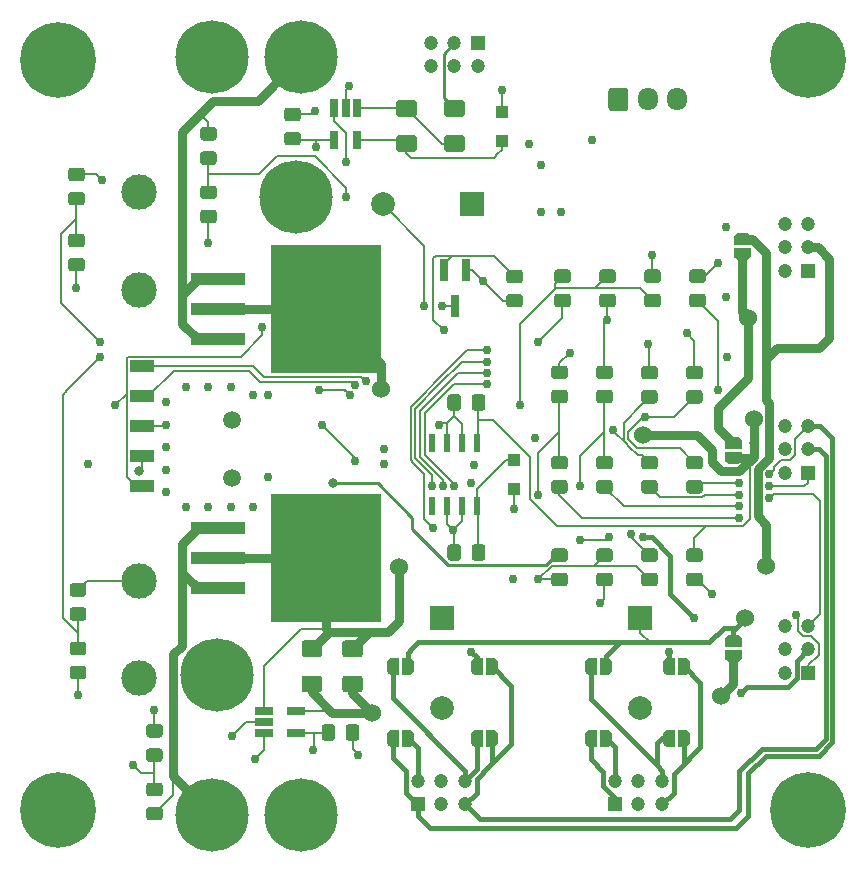
<source format=gbl>
G04 #@! TF.GenerationSoftware,KiCad,Pcbnew,(5.1.6)-1*
G04 #@! TF.CreationDate,2020-10-05T11:52:14-04:00*
G04 #@! TF.ProjectId,recovery_CAN,7265636f-7665-4727-995f-43414e2e6b69,rev?*
G04 #@! TF.SameCoordinates,Original*
G04 #@! TF.FileFunction,Copper,L4,Bot*
G04 #@! TF.FilePolarity,Positive*
%FSLAX46Y46*%
G04 Gerber Fmt 4.6, Leading zero omitted, Abs format (unit mm)*
G04 Created by KiCad (PCBNEW (5.1.6)-1) date 2020-10-05 11:52:14*
%MOMM*%
%LPD*%
G01*
G04 APERTURE LIST*
G04 #@! TA.AperFunction,ComponentPad*
%ADD10C,1.500000*%
G04 #@! TD*
G04 #@! TA.AperFunction,ComponentPad*
%ADD11C,3.000000*%
G04 #@! TD*
G04 #@! TA.AperFunction,SMDPad,CuDef*
%ADD12C,0.100000*%
G04 #@! TD*
G04 #@! TA.AperFunction,ComponentPad*
%ADD13C,2.000000*%
G04 #@! TD*
G04 #@! TA.AperFunction,ComponentPad*
%ADD14R,2.000000X2.000000*%
G04 #@! TD*
G04 #@! TA.AperFunction,ComponentPad*
%ADD15C,1.200000*%
G04 #@! TD*
G04 #@! TA.AperFunction,ComponentPad*
%ADD16R,1.200000X1.200000*%
G04 #@! TD*
G04 #@! TA.AperFunction,SMDPad,CuDef*
%ADD17R,2.000000X1.000000*%
G04 #@! TD*
G04 #@! TA.AperFunction,SMDPad,CuDef*
%ADD18R,0.600000X1.550000*%
G04 #@! TD*
G04 #@! TA.AperFunction,SMDPad,CuDef*
%ADD19R,0.650000X1.560000*%
G04 #@! TD*
G04 #@! TA.AperFunction,ComponentPad*
%ADD20C,6.197600*%
G04 #@! TD*
G04 #@! TA.AperFunction,SMDPad,CuDef*
%ADD21R,1.000000X1.000000*%
G04 #@! TD*
G04 #@! TA.AperFunction,SMDPad,CuDef*
%ADD22R,0.800000X1.900000*%
G04 #@! TD*
G04 #@! TA.AperFunction,ComponentPad*
%ADD23C,6.400000*%
G04 #@! TD*
G04 #@! TA.AperFunction,SMDPad,CuDef*
%ADD24R,9.400000X10.800000*%
G04 #@! TD*
G04 #@! TA.AperFunction,SMDPad,CuDef*
%ADD25R,4.600000X1.100000*%
G04 #@! TD*
G04 #@! TA.AperFunction,ComponentPad*
%ADD26O,1.700000X1.950000*%
G04 #@! TD*
G04 #@! TA.AperFunction,SMDPad,CuDef*
%ADD27R,1.560000X0.650000*%
G04 #@! TD*
G04 #@! TA.AperFunction,ViaPad*
%ADD28C,0.762000*%
G04 #@! TD*
G04 #@! TA.AperFunction,ViaPad*
%ADD29C,1.524000*%
G04 #@! TD*
G04 #@! TA.AperFunction,ViaPad*
%ADD30C,0.800000*%
G04 #@! TD*
G04 #@! TA.AperFunction,Conductor*
%ADD31C,0.203200*%
G04 #@! TD*
G04 #@! TA.AperFunction,Conductor*
%ADD32C,0.762000*%
G04 #@! TD*
G04 #@! TA.AperFunction,Conductor*
%ADD33C,0.250000*%
G04 #@! TD*
G04 #@! TA.AperFunction,Conductor*
%ADD34C,0.381000*%
G04 #@! TD*
G04 APERTURE END LIST*
D10*
X197612000Y-95304000D03*
X197612000Y-90424000D03*
D11*
X189738000Y-104018000D03*
X189738000Y-112268000D03*
G04 #@! TA.AperFunction,SMDPad,CuDef*
D12*
G36*
X239280602Y-92314000D02*
G01*
X239280602Y-92289466D01*
X239285412Y-92240635D01*
X239294984Y-92192510D01*
X239309228Y-92145555D01*
X239328005Y-92100222D01*
X239351136Y-92056949D01*
X239378396Y-92016150D01*
X239409524Y-91978221D01*
X239444221Y-91943524D01*
X239482150Y-91912396D01*
X239522949Y-91885136D01*
X239566222Y-91862005D01*
X239611555Y-91843228D01*
X239658510Y-91828984D01*
X239706635Y-91819412D01*
X239755466Y-91814602D01*
X239780000Y-91814602D01*
X239780000Y-91814000D01*
X240280000Y-91814000D01*
X240280000Y-91814602D01*
X240304534Y-91814602D01*
X240353365Y-91819412D01*
X240401490Y-91828984D01*
X240448445Y-91843228D01*
X240493778Y-91862005D01*
X240537051Y-91885136D01*
X240577850Y-91912396D01*
X240615779Y-91943524D01*
X240650476Y-91978221D01*
X240681604Y-92016150D01*
X240708864Y-92056949D01*
X240731995Y-92100222D01*
X240750772Y-92145555D01*
X240765016Y-92192510D01*
X240774588Y-92240635D01*
X240779398Y-92289466D01*
X240779398Y-92314000D01*
X240780000Y-92314000D01*
X240780000Y-92814000D01*
X239280000Y-92814000D01*
X239280000Y-92314000D01*
X239280602Y-92314000D01*
G37*
G04 #@! TD.AperFunction*
G04 #@! TA.AperFunction,SMDPad,CuDef*
G36*
X240780000Y-93114000D02*
G01*
X240780000Y-93614000D01*
X240779398Y-93614000D01*
X240779398Y-93638534D01*
X240774588Y-93687365D01*
X240765016Y-93735490D01*
X240750772Y-93782445D01*
X240731995Y-93827778D01*
X240708864Y-93871051D01*
X240681604Y-93911850D01*
X240650476Y-93949779D01*
X240615779Y-93984476D01*
X240577850Y-94015604D01*
X240537051Y-94042864D01*
X240493778Y-94065995D01*
X240448445Y-94084772D01*
X240401490Y-94099016D01*
X240353365Y-94108588D01*
X240304534Y-94113398D01*
X240280000Y-94113398D01*
X240280000Y-94114000D01*
X239780000Y-94114000D01*
X239780000Y-94113398D01*
X239755466Y-94113398D01*
X239706635Y-94108588D01*
X239658510Y-94099016D01*
X239611555Y-94084772D01*
X239566222Y-94065995D01*
X239522949Y-94042864D01*
X239482150Y-94015604D01*
X239444221Y-93984476D01*
X239409524Y-93949779D01*
X239378396Y-93911850D01*
X239351136Y-93871051D01*
X239328005Y-93827778D01*
X239309228Y-93782445D01*
X239294984Y-93735490D01*
X239285412Y-93687365D01*
X239280602Y-93638534D01*
X239280602Y-93614000D01*
X239280000Y-93614000D01*
X239280000Y-93114000D01*
X240780000Y-93114000D01*
G37*
G04 #@! TD.AperFunction*
D13*
X210332000Y-72136000D03*
D14*
X217932000Y-72136000D03*
D15*
X244364000Y-94876000D03*
X244364000Y-92876000D03*
X244364000Y-90876000D03*
X246364000Y-90876000D03*
D16*
X246364000Y-94876000D03*
D15*
X246364000Y-92876000D03*
D17*
X189992000Y-96012000D03*
X189992000Y-93472000D03*
X189992000Y-90932000D03*
X189992000Y-88392000D03*
X189992000Y-85852000D03*
G04 #@! TA.AperFunction,SMDPad,CuDef*
G36*
G01*
X216965000Y-101149999D02*
X216965000Y-102050001D01*
G75*
G02*
X216715001Y-102300000I-249999J0D01*
G01*
X216064999Y-102300000D01*
G75*
G02*
X215815000Y-102050001I0J249999D01*
G01*
X215815000Y-101149999D01*
G75*
G02*
X216064999Y-100900000I249999J0D01*
G01*
X216715001Y-100900000D01*
G75*
G02*
X216965000Y-101149999I0J-249999D01*
G01*
G37*
G04 #@! TD.AperFunction*
G04 #@! TA.AperFunction,SMDPad,CuDef*
G36*
G01*
X219015000Y-101149999D02*
X219015000Y-102050001D01*
G75*
G02*
X218765001Y-102300000I-249999J0D01*
G01*
X218114999Y-102300000D01*
G75*
G02*
X217865000Y-102050001I0J249999D01*
G01*
X217865000Y-101149999D01*
G75*
G02*
X218114999Y-100900000I249999J0D01*
G01*
X218765001Y-100900000D01*
G75*
G02*
X219015000Y-101149999I0J-249999D01*
G01*
G37*
G04 #@! TD.AperFunction*
G04 #@! TA.AperFunction,SMDPad,CuDef*
G36*
G01*
X216965000Y-88449999D02*
X216965000Y-89350001D01*
G75*
G02*
X216715001Y-89600000I-249999J0D01*
G01*
X216064999Y-89600000D01*
G75*
G02*
X215815000Y-89350001I0J249999D01*
G01*
X215815000Y-88449999D01*
G75*
G02*
X216064999Y-88200000I249999J0D01*
G01*
X216715001Y-88200000D01*
G75*
G02*
X216965000Y-88449999I0J-249999D01*
G01*
G37*
G04 #@! TD.AperFunction*
G04 #@! TA.AperFunction,SMDPad,CuDef*
G36*
G01*
X219015000Y-88449999D02*
X219015000Y-89350001D01*
G75*
G02*
X218765001Y-89600000I-249999J0D01*
G01*
X218114999Y-89600000D01*
G75*
G02*
X217865000Y-89350001I0J249999D01*
G01*
X217865000Y-88449999D01*
G75*
G02*
X218114999Y-88200000I249999J0D01*
G01*
X218765001Y-88200000D01*
G75*
G02*
X219015000Y-88449999I0J-249999D01*
G01*
G37*
G04 #@! TD.AperFunction*
G04 #@! TA.AperFunction,SMDPad,CuDef*
G36*
G01*
X202241999Y-65991000D02*
X203142001Y-65991000D01*
G75*
G02*
X203392000Y-66240999I0J-249999D01*
G01*
X203392000Y-66891001D01*
G75*
G02*
X203142001Y-67141000I-249999J0D01*
G01*
X202241999Y-67141000D01*
G75*
G02*
X201992000Y-66891001I0J249999D01*
G01*
X201992000Y-66240999D01*
G75*
G02*
X202241999Y-65991000I249999J0D01*
G01*
G37*
G04 #@! TD.AperFunction*
G04 #@! TA.AperFunction,SMDPad,CuDef*
G36*
G01*
X202241999Y-63941000D02*
X203142001Y-63941000D01*
G75*
G02*
X203392000Y-64190999I0J-249999D01*
G01*
X203392000Y-64841001D01*
G75*
G02*
X203142001Y-65091000I-249999J0D01*
G01*
X202241999Y-65091000D01*
G75*
G02*
X201992000Y-64841001I0J249999D01*
G01*
X201992000Y-64190999D01*
G75*
G02*
X202241999Y-63941000I249999J0D01*
G01*
G37*
G04 #@! TD.AperFunction*
D18*
X218313000Y-92296000D03*
X217043000Y-92296000D03*
X215773000Y-92296000D03*
X214503000Y-92296000D03*
X214503000Y-97696000D03*
X215773000Y-97696000D03*
X217043000Y-97696000D03*
X218313000Y-97696000D03*
D19*
X206248000Y-66708000D03*
X208148000Y-66708000D03*
X208148000Y-64008000D03*
X207198000Y-64008000D03*
X206248000Y-64008000D03*
G04 #@! TA.AperFunction,SMDPad,CuDef*
D12*
G36*
X239280602Y-109078000D02*
G01*
X239280602Y-109053466D01*
X239285412Y-109004635D01*
X239294984Y-108956510D01*
X239309228Y-108909555D01*
X239328005Y-108864222D01*
X239351136Y-108820949D01*
X239378396Y-108780150D01*
X239409524Y-108742221D01*
X239444221Y-108707524D01*
X239482150Y-108676396D01*
X239522949Y-108649136D01*
X239566222Y-108626005D01*
X239611555Y-108607228D01*
X239658510Y-108592984D01*
X239706635Y-108583412D01*
X239755466Y-108578602D01*
X239780000Y-108578602D01*
X239780000Y-108578000D01*
X240280000Y-108578000D01*
X240280000Y-108578602D01*
X240304534Y-108578602D01*
X240353365Y-108583412D01*
X240401490Y-108592984D01*
X240448445Y-108607228D01*
X240493778Y-108626005D01*
X240537051Y-108649136D01*
X240577850Y-108676396D01*
X240615779Y-108707524D01*
X240650476Y-108742221D01*
X240681604Y-108780150D01*
X240708864Y-108820949D01*
X240731995Y-108864222D01*
X240750772Y-108909555D01*
X240765016Y-108956510D01*
X240774588Y-109004635D01*
X240779398Y-109053466D01*
X240779398Y-109078000D01*
X240780000Y-109078000D01*
X240780000Y-109578000D01*
X239280000Y-109578000D01*
X239280000Y-109078000D01*
X239280602Y-109078000D01*
G37*
G04 #@! TD.AperFunction*
G04 #@! TA.AperFunction,SMDPad,CuDef*
G36*
X240780000Y-109878000D02*
G01*
X240780000Y-110378000D01*
X240779398Y-110378000D01*
X240779398Y-110402534D01*
X240774588Y-110451365D01*
X240765016Y-110499490D01*
X240750772Y-110546445D01*
X240731995Y-110591778D01*
X240708864Y-110635051D01*
X240681604Y-110675850D01*
X240650476Y-110713779D01*
X240615779Y-110748476D01*
X240577850Y-110779604D01*
X240537051Y-110806864D01*
X240493778Y-110829995D01*
X240448445Y-110848772D01*
X240401490Y-110863016D01*
X240353365Y-110872588D01*
X240304534Y-110877398D01*
X240280000Y-110877398D01*
X240280000Y-110878000D01*
X239780000Y-110878000D01*
X239780000Y-110877398D01*
X239755466Y-110877398D01*
X239706635Y-110872588D01*
X239658510Y-110863016D01*
X239611555Y-110848772D01*
X239566222Y-110829995D01*
X239522949Y-110806864D01*
X239482150Y-110779604D01*
X239444221Y-110748476D01*
X239409524Y-110713779D01*
X239378396Y-110675850D01*
X239351136Y-110635051D01*
X239328005Y-110591778D01*
X239309228Y-110546445D01*
X239294984Y-110499490D01*
X239285412Y-110451365D01*
X239280602Y-110402534D01*
X239280602Y-110378000D01*
X239280000Y-110378000D01*
X239280000Y-109878000D01*
X240780000Y-109878000D01*
G37*
G04 #@! TD.AperFunction*
G04 #@! TA.AperFunction,SMDPad,CuDef*
G36*
G01*
X183953999Y-71071000D02*
X184854001Y-71071000D01*
G75*
G02*
X185104000Y-71320999I0J-249999D01*
G01*
X185104000Y-71971001D01*
G75*
G02*
X184854001Y-72221000I-249999J0D01*
G01*
X183953999Y-72221000D01*
G75*
G02*
X183704000Y-71971001I0J249999D01*
G01*
X183704000Y-71320999D01*
G75*
G02*
X183953999Y-71071000I249999J0D01*
G01*
G37*
G04 #@! TD.AperFunction*
G04 #@! TA.AperFunction,SMDPad,CuDef*
G36*
G01*
X183953999Y-69021000D02*
X184854001Y-69021000D01*
G75*
G02*
X185104000Y-69270999I0J-249999D01*
G01*
X185104000Y-69921001D01*
G75*
G02*
X184854001Y-70171000I-249999J0D01*
G01*
X183953999Y-70171000D01*
G75*
G02*
X183704000Y-69921001I0J249999D01*
G01*
X183704000Y-69270999D01*
G75*
G02*
X183953999Y-69021000I249999J0D01*
G01*
G37*
G04 #@! TD.AperFunction*
G04 #@! TA.AperFunction,SMDPad,CuDef*
G36*
G01*
X183953999Y-76659000D02*
X184854001Y-76659000D01*
G75*
G02*
X185104000Y-76908999I0J-249999D01*
G01*
X185104000Y-77559001D01*
G75*
G02*
X184854001Y-77809000I-249999J0D01*
G01*
X183953999Y-77809000D01*
G75*
G02*
X183704000Y-77559001I0J249999D01*
G01*
X183704000Y-76908999D01*
G75*
G02*
X183953999Y-76659000I249999J0D01*
G01*
G37*
G04 #@! TD.AperFunction*
G04 #@! TA.AperFunction,SMDPad,CuDef*
G36*
G01*
X183953999Y-74609000D02*
X184854001Y-74609000D01*
G75*
G02*
X185104000Y-74858999I0J-249999D01*
G01*
X185104000Y-75509001D01*
G75*
G02*
X184854001Y-75759000I-249999J0D01*
G01*
X183953999Y-75759000D01*
G75*
G02*
X183704000Y-75509001I0J249999D01*
G01*
X183704000Y-74858999D01*
G75*
G02*
X183953999Y-74609000I249999J0D01*
G01*
G37*
G04 #@! TD.AperFunction*
G04 #@! TA.AperFunction,SMDPad,CuDef*
G36*
G01*
X184080999Y-106241000D02*
X184981001Y-106241000D01*
G75*
G02*
X185231000Y-106490999I0J-249999D01*
G01*
X185231000Y-107141001D01*
G75*
G02*
X184981001Y-107391000I-249999J0D01*
G01*
X184080999Y-107391000D01*
G75*
G02*
X183831000Y-107141001I0J249999D01*
G01*
X183831000Y-106490999D01*
G75*
G02*
X184080999Y-106241000I249999J0D01*
G01*
G37*
G04 #@! TD.AperFunction*
G04 #@! TA.AperFunction,SMDPad,CuDef*
G36*
G01*
X184080999Y-104191000D02*
X184981001Y-104191000D01*
G75*
G02*
X185231000Y-104440999I0J-249999D01*
G01*
X185231000Y-105091001D01*
G75*
G02*
X184981001Y-105341000I-249999J0D01*
G01*
X184080999Y-105341000D01*
G75*
G02*
X183831000Y-105091001I0J249999D01*
G01*
X183831000Y-104440999D01*
G75*
G02*
X184080999Y-104191000I249999J0D01*
G01*
G37*
G04 #@! TD.AperFunction*
G04 #@! TA.AperFunction,SMDPad,CuDef*
G36*
G01*
X184080999Y-111203000D02*
X184981001Y-111203000D01*
G75*
G02*
X185231000Y-111452999I0J-249999D01*
G01*
X185231000Y-112103001D01*
G75*
G02*
X184981001Y-112353000I-249999J0D01*
G01*
X184080999Y-112353000D01*
G75*
G02*
X183831000Y-112103001I0J249999D01*
G01*
X183831000Y-111452999D01*
G75*
G02*
X184080999Y-111203000I249999J0D01*
G01*
G37*
G04 #@! TD.AperFunction*
G04 #@! TA.AperFunction,SMDPad,CuDef*
G36*
G01*
X184080999Y-109153000D02*
X184981001Y-109153000D01*
G75*
G02*
X185231000Y-109402999I0J-249999D01*
G01*
X185231000Y-110053001D01*
G75*
G02*
X184981001Y-110303000I-249999J0D01*
G01*
X184080999Y-110303000D01*
G75*
G02*
X183831000Y-110053001I0J249999D01*
G01*
X183831000Y-109402999D01*
G75*
G02*
X184080999Y-109153000I249999J0D01*
G01*
G37*
G04 #@! TD.AperFunction*
G04 #@! TA.AperFunction,SMDPad,CuDef*
G36*
G01*
X225748001Y-102411000D02*
X224847999Y-102411000D01*
G75*
G02*
X224598000Y-102161001I0J249999D01*
G01*
X224598000Y-101510999D01*
G75*
G02*
X224847999Y-101261000I249999J0D01*
G01*
X225748001Y-101261000D01*
G75*
G02*
X225998000Y-101510999I0J-249999D01*
G01*
X225998000Y-102161001D01*
G75*
G02*
X225748001Y-102411000I-249999J0D01*
G01*
G37*
G04 #@! TD.AperFunction*
G04 #@! TA.AperFunction,SMDPad,CuDef*
G36*
G01*
X225748001Y-104461000D02*
X224847999Y-104461000D01*
G75*
G02*
X224598000Y-104211001I0J249999D01*
G01*
X224598000Y-103560999D01*
G75*
G02*
X224847999Y-103311000I249999J0D01*
G01*
X225748001Y-103311000D01*
G75*
G02*
X225998000Y-103560999I0J-249999D01*
G01*
X225998000Y-104211001D01*
G75*
G02*
X225748001Y-104461000I-249999J0D01*
G01*
G37*
G04 #@! TD.AperFunction*
G04 #@! TA.AperFunction,SMDPad,CuDef*
G36*
G01*
X225101999Y-79689000D02*
X226002001Y-79689000D01*
G75*
G02*
X226252000Y-79938999I0J-249999D01*
G01*
X226252000Y-80589001D01*
G75*
G02*
X226002001Y-80839000I-249999J0D01*
G01*
X225101999Y-80839000D01*
G75*
G02*
X224852000Y-80589001I0J249999D01*
G01*
X224852000Y-79938999D01*
G75*
G02*
X225101999Y-79689000I249999J0D01*
G01*
G37*
G04 #@! TD.AperFunction*
G04 #@! TA.AperFunction,SMDPad,CuDef*
G36*
G01*
X225101999Y-77639000D02*
X226002001Y-77639000D01*
G75*
G02*
X226252000Y-77888999I0J-249999D01*
G01*
X226252000Y-78539001D01*
G75*
G02*
X226002001Y-78789000I-249999J0D01*
G01*
X225101999Y-78789000D01*
G75*
G02*
X224852000Y-78539001I0J249999D01*
G01*
X224852000Y-77888999D01*
G75*
G02*
X225101999Y-77639000I249999J0D01*
G01*
G37*
G04 #@! TD.AperFunction*
G04 #@! TA.AperFunction,SMDPad,CuDef*
G36*
G01*
X232467999Y-103311000D02*
X233368001Y-103311000D01*
G75*
G02*
X233618000Y-103560999I0J-249999D01*
G01*
X233618000Y-104211001D01*
G75*
G02*
X233368001Y-104461000I-249999J0D01*
G01*
X232467999Y-104461000D01*
G75*
G02*
X232218000Y-104211001I0J249999D01*
G01*
X232218000Y-103560999D01*
G75*
G02*
X232467999Y-103311000I249999J0D01*
G01*
G37*
G04 #@! TD.AperFunction*
G04 #@! TA.AperFunction,SMDPad,CuDef*
G36*
G01*
X232467999Y-101261000D02*
X233368001Y-101261000D01*
G75*
G02*
X233618000Y-101510999I0J-249999D01*
G01*
X233618000Y-102161001D01*
G75*
G02*
X233368001Y-102411000I-249999J0D01*
G01*
X232467999Y-102411000D01*
G75*
G02*
X232218000Y-102161001I0J249999D01*
G01*
X232218000Y-101510999D01*
G75*
G02*
X232467999Y-101261000I249999J0D01*
G01*
G37*
G04 #@! TD.AperFunction*
G04 #@! TA.AperFunction,SMDPad,CuDef*
G36*
G01*
X232721999Y-79689000D02*
X233622001Y-79689000D01*
G75*
G02*
X233872000Y-79938999I0J-249999D01*
G01*
X233872000Y-80589001D01*
G75*
G02*
X233622001Y-80839000I-249999J0D01*
G01*
X232721999Y-80839000D01*
G75*
G02*
X232472000Y-80589001I0J249999D01*
G01*
X232472000Y-79938999D01*
G75*
G02*
X232721999Y-79689000I249999J0D01*
G01*
G37*
G04 #@! TD.AperFunction*
G04 #@! TA.AperFunction,SMDPad,CuDef*
G36*
G01*
X232721999Y-77639000D02*
X233622001Y-77639000D01*
G75*
G02*
X233872000Y-77888999I0J-249999D01*
G01*
X233872000Y-78539001D01*
G75*
G02*
X233622001Y-78789000I-249999J0D01*
G01*
X232721999Y-78789000D01*
G75*
G02*
X232472000Y-78539001I0J249999D01*
G01*
X232472000Y-77888999D01*
G75*
G02*
X232721999Y-77639000I249999J0D01*
G01*
G37*
G04 #@! TD.AperFunction*
G04 #@! TA.AperFunction,SMDPad,CuDef*
G36*
G01*
X236531999Y-79689000D02*
X237432001Y-79689000D01*
G75*
G02*
X237682000Y-79938999I0J-249999D01*
G01*
X237682000Y-80589001D01*
G75*
G02*
X237432001Y-80839000I-249999J0D01*
G01*
X236531999Y-80839000D01*
G75*
G02*
X236282000Y-80589001I0J249999D01*
G01*
X236282000Y-79938999D01*
G75*
G02*
X236531999Y-79689000I249999J0D01*
G01*
G37*
G04 #@! TD.AperFunction*
G04 #@! TA.AperFunction,SMDPad,CuDef*
G36*
G01*
X236531999Y-77639000D02*
X237432001Y-77639000D01*
G75*
G02*
X237682000Y-77888999I0J-249999D01*
G01*
X237682000Y-78539001D01*
G75*
G02*
X237432001Y-78789000I-249999J0D01*
G01*
X236531999Y-78789000D01*
G75*
G02*
X236282000Y-78539001I0J249999D01*
G01*
X236282000Y-77888999D01*
G75*
G02*
X236531999Y-77639000I249999J0D01*
G01*
G37*
G04 #@! TD.AperFunction*
G04 #@! TA.AperFunction,SMDPad,CuDef*
G36*
G01*
X236277999Y-103311000D02*
X237178001Y-103311000D01*
G75*
G02*
X237428000Y-103560999I0J-249999D01*
G01*
X237428000Y-104211001D01*
G75*
G02*
X237178001Y-104461000I-249999J0D01*
G01*
X236277999Y-104461000D01*
G75*
G02*
X236028000Y-104211001I0J249999D01*
G01*
X236028000Y-103560999D01*
G75*
G02*
X236277999Y-103311000I249999J0D01*
G01*
G37*
G04 #@! TD.AperFunction*
G04 #@! TA.AperFunction,SMDPad,CuDef*
G36*
G01*
X236277999Y-101261000D02*
X237178001Y-101261000D01*
G75*
G02*
X237428000Y-101510999I0J-249999D01*
G01*
X237428000Y-102161001D01*
G75*
G02*
X237178001Y-102411000I-249999J0D01*
G01*
X236277999Y-102411000D01*
G75*
G02*
X236028000Y-102161001I0J249999D01*
G01*
X236028000Y-101510999D01*
G75*
G02*
X236277999Y-101261000I249999J0D01*
G01*
G37*
G04 #@! TD.AperFunction*
G04 #@! TA.AperFunction,SMDPad,CuDef*
G36*
G01*
X236277999Y-87853000D02*
X237178001Y-87853000D01*
G75*
G02*
X237428000Y-88102999I0J-249999D01*
G01*
X237428000Y-88753001D01*
G75*
G02*
X237178001Y-89003000I-249999J0D01*
G01*
X236277999Y-89003000D01*
G75*
G02*
X236028000Y-88753001I0J249999D01*
G01*
X236028000Y-88102999D01*
G75*
G02*
X236277999Y-87853000I249999J0D01*
G01*
G37*
G04 #@! TD.AperFunction*
G04 #@! TA.AperFunction,SMDPad,CuDef*
G36*
G01*
X236277999Y-85803000D02*
X237178001Y-85803000D01*
G75*
G02*
X237428000Y-86052999I0J-249999D01*
G01*
X237428000Y-86703001D01*
G75*
G02*
X237178001Y-86953000I-249999J0D01*
G01*
X236277999Y-86953000D01*
G75*
G02*
X236028000Y-86703001I0J249999D01*
G01*
X236028000Y-86052999D01*
G75*
G02*
X236277999Y-85803000I249999J0D01*
G01*
G37*
G04 #@! TD.AperFunction*
G04 #@! TA.AperFunction,SMDPad,CuDef*
G36*
G01*
X237178001Y-94573000D02*
X236277999Y-94573000D01*
G75*
G02*
X236028000Y-94323001I0J249999D01*
G01*
X236028000Y-93672999D01*
G75*
G02*
X236277999Y-93423000I249999J0D01*
G01*
X237178001Y-93423000D01*
G75*
G02*
X237428000Y-93672999I0J-249999D01*
G01*
X237428000Y-94323001D01*
G75*
G02*
X237178001Y-94573000I-249999J0D01*
G01*
G37*
G04 #@! TD.AperFunction*
G04 #@! TA.AperFunction,SMDPad,CuDef*
G36*
G01*
X237178001Y-96623000D02*
X236277999Y-96623000D01*
G75*
G02*
X236028000Y-96373001I0J249999D01*
G01*
X236028000Y-95722999D01*
G75*
G02*
X236277999Y-95473000I249999J0D01*
G01*
X237178001Y-95473000D01*
G75*
G02*
X237428000Y-95722999I0J-249999D01*
G01*
X237428000Y-96373001D01*
G75*
G02*
X237178001Y-96623000I-249999J0D01*
G01*
G37*
G04 #@! TD.AperFunction*
G04 #@! TA.AperFunction,SMDPad,CuDef*
G36*
G01*
X232467999Y-95473000D02*
X233368001Y-95473000D01*
G75*
G02*
X233618000Y-95722999I0J-249999D01*
G01*
X233618000Y-96373001D01*
G75*
G02*
X233368001Y-96623000I-249999J0D01*
G01*
X232467999Y-96623000D01*
G75*
G02*
X232218000Y-96373001I0J249999D01*
G01*
X232218000Y-95722999D01*
G75*
G02*
X232467999Y-95473000I249999J0D01*
G01*
G37*
G04 #@! TD.AperFunction*
G04 #@! TA.AperFunction,SMDPad,CuDef*
G36*
G01*
X232467999Y-93423000D02*
X233368001Y-93423000D01*
G75*
G02*
X233618000Y-93672999I0J-249999D01*
G01*
X233618000Y-94323001D01*
G75*
G02*
X233368001Y-94573000I-249999J0D01*
G01*
X232467999Y-94573000D01*
G75*
G02*
X232218000Y-94323001I0J249999D01*
G01*
X232218000Y-93672999D01*
G75*
G02*
X232467999Y-93423000I249999J0D01*
G01*
G37*
G04 #@! TD.AperFunction*
G04 #@! TA.AperFunction,SMDPad,CuDef*
G36*
G01*
X232467999Y-87853000D02*
X233368001Y-87853000D01*
G75*
G02*
X233618000Y-88102999I0J-249999D01*
G01*
X233618000Y-88753001D01*
G75*
G02*
X233368001Y-89003000I-249999J0D01*
G01*
X232467999Y-89003000D01*
G75*
G02*
X232218000Y-88753001I0J249999D01*
G01*
X232218000Y-88102999D01*
G75*
G02*
X232467999Y-87853000I249999J0D01*
G01*
G37*
G04 #@! TD.AperFunction*
G04 #@! TA.AperFunction,SMDPad,CuDef*
G36*
G01*
X232467999Y-85803000D02*
X233368001Y-85803000D01*
G75*
G02*
X233618000Y-86052999I0J-249999D01*
G01*
X233618000Y-86703001D01*
G75*
G02*
X233368001Y-86953000I-249999J0D01*
G01*
X232467999Y-86953000D01*
G75*
G02*
X232218000Y-86703001I0J249999D01*
G01*
X232218000Y-86052999D01*
G75*
G02*
X232467999Y-85803000I249999J0D01*
G01*
G37*
G04 #@! TD.AperFunction*
G04 #@! TA.AperFunction,SMDPad,CuDef*
G36*
G01*
X224847999Y-95473000D02*
X225748001Y-95473000D01*
G75*
G02*
X225998000Y-95722999I0J-249999D01*
G01*
X225998000Y-96373001D01*
G75*
G02*
X225748001Y-96623000I-249999J0D01*
G01*
X224847999Y-96623000D01*
G75*
G02*
X224598000Y-96373001I0J249999D01*
G01*
X224598000Y-95722999D01*
G75*
G02*
X224847999Y-95473000I249999J0D01*
G01*
G37*
G04 #@! TD.AperFunction*
G04 #@! TA.AperFunction,SMDPad,CuDef*
G36*
G01*
X224847999Y-93423000D02*
X225748001Y-93423000D01*
G75*
G02*
X225998000Y-93672999I0J-249999D01*
G01*
X225998000Y-94323001D01*
G75*
G02*
X225748001Y-94573000I-249999J0D01*
G01*
X224847999Y-94573000D01*
G75*
G02*
X224598000Y-94323001I0J249999D01*
G01*
X224598000Y-93672999D01*
G75*
G02*
X224847999Y-93423000I249999J0D01*
G01*
G37*
G04 #@! TD.AperFunction*
G04 #@! TA.AperFunction,SMDPad,CuDef*
G36*
G01*
X228657999Y-95473000D02*
X229558001Y-95473000D01*
G75*
G02*
X229808000Y-95722999I0J-249999D01*
G01*
X229808000Y-96373001D01*
G75*
G02*
X229558001Y-96623000I-249999J0D01*
G01*
X228657999Y-96623000D01*
G75*
G02*
X228408000Y-96373001I0J249999D01*
G01*
X228408000Y-95722999D01*
G75*
G02*
X228657999Y-95473000I249999J0D01*
G01*
G37*
G04 #@! TD.AperFunction*
G04 #@! TA.AperFunction,SMDPad,CuDef*
G36*
G01*
X228657999Y-93423000D02*
X229558001Y-93423000D01*
G75*
G02*
X229808000Y-93672999I0J-249999D01*
G01*
X229808000Y-94323001D01*
G75*
G02*
X229558001Y-94573000I-249999J0D01*
G01*
X228657999Y-94573000D01*
G75*
G02*
X228408000Y-94323001I0J249999D01*
G01*
X228408000Y-93672999D01*
G75*
G02*
X228657999Y-93423000I249999J0D01*
G01*
G37*
G04 #@! TD.AperFunction*
G04 #@! TA.AperFunction,SMDPad,CuDef*
G36*
G01*
X225748001Y-86926000D02*
X224847999Y-86926000D01*
G75*
G02*
X224598000Y-86676001I0J249999D01*
G01*
X224598000Y-86025999D01*
G75*
G02*
X224847999Y-85776000I249999J0D01*
G01*
X225748001Y-85776000D01*
G75*
G02*
X225998000Y-86025999I0J-249999D01*
G01*
X225998000Y-86676001D01*
G75*
G02*
X225748001Y-86926000I-249999J0D01*
G01*
G37*
G04 #@! TD.AperFunction*
G04 #@! TA.AperFunction,SMDPad,CuDef*
G36*
G01*
X225748001Y-88976000D02*
X224847999Y-88976000D01*
G75*
G02*
X224598000Y-88726001I0J249999D01*
G01*
X224598000Y-88075999D01*
G75*
G02*
X224847999Y-87826000I249999J0D01*
G01*
X225748001Y-87826000D01*
G75*
G02*
X225998000Y-88075999I0J-249999D01*
G01*
X225998000Y-88726001D01*
G75*
G02*
X225748001Y-88976000I-249999J0D01*
G01*
G37*
G04 #@! TD.AperFunction*
G04 #@! TA.AperFunction,SMDPad,CuDef*
G36*
G01*
X229558001Y-86926000D02*
X228657999Y-86926000D01*
G75*
G02*
X228408000Y-86676001I0J249999D01*
G01*
X228408000Y-86025999D01*
G75*
G02*
X228657999Y-85776000I249999J0D01*
G01*
X229558001Y-85776000D01*
G75*
G02*
X229808000Y-86025999I0J-249999D01*
G01*
X229808000Y-86676001D01*
G75*
G02*
X229558001Y-86926000I-249999J0D01*
G01*
G37*
G04 #@! TD.AperFunction*
G04 #@! TA.AperFunction,SMDPad,CuDef*
G36*
G01*
X229558001Y-88976000D02*
X228657999Y-88976000D01*
G75*
G02*
X228408000Y-88726001I0J249999D01*
G01*
X228408000Y-88075999D01*
G75*
G02*
X228657999Y-87826000I249999J0D01*
G01*
X229558001Y-87826000D01*
G75*
G02*
X229808000Y-88075999I0J-249999D01*
G01*
X229808000Y-88726001D01*
G75*
G02*
X229558001Y-88976000I-249999J0D01*
G01*
G37*
G04 #@! TD.AperFunction*
G04 #@! TA.AperFunction,SMDPad,CuDef*
G36*
G01*
X228657999Y-103311000D02*
X229558001Y-103311000D01*
G75*
G02*
X229808000Y-103560999I0J-249999D01*
G01*
X229808000Y-104211001D01*
G75*
G02*
X229558001Y-104461000I-249999J0D01*
G01*
X228657999Y-104461000D01*
G75*
G02*
X228408000Y-104211001I0J249999D01*
G01*
X228408000Y-103560999D01*
G75*
G02*
X228657999Y-103311000I249999J0D01*
G01*
G37*
G04 #@! TD.AperFunction*
G04 #@! TA.AperFunction,SMDPad,CuDef*
G36*
G01*
X228657999Y-101261000D02*
X229558001Y-101261000D01*
G75*
G02*
X229808000Y-101510999I0J-249999D01*
G01*
X229808000Y-102161001D01*
G75*
G02*
X229558001Y-102411000I-249999J0D01*
G01*
X228657999Y-102411000D01*
G75*
G02*
X228408000Y-102161001I0J249999D01*
G01*
X228408000Y-101510999D01*
G75*
G02*
X228657999Y-101261000I249999J0D01*
G01*
G37*
G04 #@! TD.AperFunction*
G04 #@! TA.AperFunction,SMDPad,CuDef*
G36*
G01*
X228911999Y-79689000D02*
X229812001Y-79689000D01*
G75*
G02*
X230062000Y-79938999I0J-249999D01*
G01*
X230062000Y-80589001D01*
G75*
G02*
X229812001Y-80839000I-249999J0D01*
G01*
X228911999Y-80839000D01*
G75*
G02*
X228662000Y-80589001I0J249999D01*
G01*
X228662000Y-79938999D01*
G75*
G02*
X228911999Y-79689000I249999J0D01*
G01*
G37*
G04 #@! TD.AperFunction*
G04 #@! TA.AperFunction,SMDPad,CuDef*
G36*
G01*
X228911999Y-77639000D02*
X229812001Y-77639000D01*
G75*
G02*
X230062000Y-77888999I0J-249999D01*
G01*
X230062000Y-78539001D01*
G75*
G02*
X229812001Y-78789000I-249999J0D01*
G01*
X228911999Y-78789000D01*
G75*
G02*
X228662000Y-78539001I0J249999D01*
G01*
X228662000Y-77888999D01*
G75*
G02*
X228911999Y-77639000I249999J0D01*
G01*
G37*
G04 #@! TD.AperFunction*
G04 #@! TA.AperFunction,SMDPad,CuDef*
G36*
G01*
X217033000Y-64720500D02*
X215783000Y-64720500D01*
G75*
G02*
X215533000Y-64470500I0J250000D01*
G01*
X215533000Y-63545500D01*
G75*
G02*
X215783000Y-63295500I250000J0D01*
G01*
X217033000Y-63295500D01*
G75*
G02*
X217283000Y-63545500I0J-250000D01*
G01*
X217283000Y-64470500D01*
G75*
G02*
X217033000Y-64720500I-250000J0D01*
G01*
G37*
G04 #@! TD.AperFunction*
G04 #@! TA.AperFunction,SMDPad,CuDef*
G36*
G01*
X217033000Y-67695500D02*
X215783000Y-67695500D01*
G75*
G02*
X215533000Y-67445500I0J250000D01*
G01*
X215533000Y-66520500D01*
G75*
G02*
X215783000Y-66270500I250000J0D01*
G01*
X217033000Y-66270500D01*
G75*
G02*
X217283000Y-66520500I0J-250000D01*
G01*
X217283000Y-67445500D01*
G75*
G02*
X217033000Y-67695500I-250000J0D01*
G01*
G37*
G04 #@! TD.AperFunction*
D15*
X218408000Y-60452000D03*
X216408000Y-60452000D03*
X214408000Y-60452000D03*
X214408000Y-58452000D03*
D16*
X218408000Y-58452000D03*
D15*
X216408000Y-58452000D03*
G04 #@! TA.AperFunction,SMDPad,CuDef*
G36*
G01*
X212969000Y-64720500D02*
X211719000Y-64720500D01*
G75*
G02*
X211469000Y-64470500I0J250000D01*
G01*
X211469000Y-63545500D01*
G75*
G02*
X211719000Y-63295500I250000J0D01*
G01*
X212969000Y-63295500D01*
G75*
G02*
X213219000Y-63545500I0J-250000D01*
G01*
X213219000Y-64470500D01*
G75*
G02*
X212969000Y-64720500I-250000J0D01*
G01*
G37*
G04 #@! TD.AperFunction*
G04 #@! TA.AperFunction,SMDPad,CuDef*
G36*
G01*
X212969000Y-67695500D02*
X211719000Y-67695500D01*
G75*
G02*
X211469000Y-67445500I0J250000D01*
G01*
X211469000Y-66520500D01*
G75*
G02*
X211719000Y-66270500I250000J0D01*
G01*
X212969000Y-66270500D01*
G75*
G02*
X213219000Y-66520500I0J-250000D01*
G01*
X213219000Y-67445500D01*
G75*
G02*
X212969000Y-67695500I-250000J0D01*
G01*
G37*
G04 #@! TD.AperFunction*
G04 #@! TA.AperFunction,SMDPad,CuDef*
D12*
G36*
X218298000Y-112001398D02*
G01*
X218273466Y-112001398D01*
X218224635Y-111996588D01*
X218176510Y-111987016D01*
X218129555Y-111972772D01*
X218084222Y-111953995D01*
X218040949Y-111930864D01*
X218000150Y-111903604D01*
X217962221Y-111872476D01*
X217927524Y-111837779D01*
X217896396Y-111799850D01*
X217869136Y-111759051D01*
X217846005Y-111715778D01*
X217827228Y-111670445D01*
X217812984Y-111623490D01*
X217803412Y-111575365D01*
X217798602Y-111526534D01*
X217798602Y-111502000D01*
X217798000Y-111502000D01*
X217798000Y-111002000D01*
X217798602Y-111002000D01*
X217798602Y-110977466D01*
X217803412Y-110928635D01*
X217812984Y-110880510D01*
X217827228Y-110833555D01*
X217846005Y-110788222D01*
X217869136Y-110744949D01*
X217896396Y-110704150D01*
X217927524Y-110666221D01*
X217962221Y-110631524D01*
X218000150Y-110600396D01*
X218040949Y-110573136D01*
X218084222Y-110550005D01*
X218129555Y-110531228D01*
X218176510Y-110516984D01*
X218224635Y-110507412D01*
X218273466Y-110502602D01*
X218298000Y-110502602D01*
X218298000Y-110502000D01*
X218798000Y-110502000D01*
X218798000Y-112002000D01*
X218298000Y-112002000D01*
X218298000Y-112001398D01*
G37*
G04 #@! TD.AperFunction*
G04 #@! TA.AperFunction,SMDPad,CuDef*
G36*
X219098000Y-110502000D02*
G01*
X219598000Y-110502000D01*
X219598000Y-110502602D01*
X219622534Y-110502602D01*
X219671365Y-110507412D01*
X219719490Y-110516984D01*
X219766445Y-110531228D01*
X219811778Y-110550005D01*
X219855051Y-110573136D01*
X219895850Y-110600396D01*
X219933779Y-110631524D01*
X219968476Y-110666221D01*
X219999604Y-110704150D01*
X220026864Y-110744949D01*
X220049995Y-110788222D01*
X220068772Y-110833555D01*
X220083016Y-110880510D01*
X220092588Y-110928635D01*
X220097398Y-110977466D01*
X220097398Y-111002000D01*
X220098000Y-111002000D01*
X220098000Y-111502000D01*
X220097398Y-111502000D01*
X220097398Y-111526534D01*
X220092588Y-111575365D01*
X220083016Y-111623490D01*
X220068772Y-111670445D01*
X220049995Y-111715778D01*
X220026864Y-111759051D01*
X219999604Y-111799850D01*
X219968476Y-111837779D01*
X219933779Y-111872476D01*
X219895850Y-111903604D01*
X219855051Y-111930864D01*
X219811778Y-111953995D01*
X219766445Y-111972772D01*
X219719490Y-111987016D01*
X219671365Y-111996588D01*
X219622534Y-112001398D01*
X219598000Y-112001398D01*
X219598000Y-112002000D01*
X219098000Y-112002000D01*
X219098000Y-110502000D01*
G37*
G04 #@! TD.AperFunction*
G04 #@! TA.AperFunction,SMDPad,CuDef*
G36*
X234554000Y-112001398D02*
G01*
X234529466Y-112001398D01*
X234480635Y-111996588D01*
X234432510Y-111987016D01*
X234385555Y-111972772D01*
X234340222Y-111953995D01*
X234296949Y-111930864D01*
X234256150Y-111903604D01*
X234218221Y-111872476D01*
X234183524Y-111837779D01*
X234152396Y-111799850D01*
X234125136Y-111759051D01*
X234102005Y-111715778D01*
X234083228Y-111670445D01*
X234068984Y-111623490D01*
X234059412Y-111575365D01*
X234054602Y-111526534D01*
X234054602Y-111502000D01*
X234054000Y-111502000D01*
X234054000Y-111002000D01*
X234054602Y-111002000D01*
X234054602Y-110977466D01*
X234059412Y-110928635D01*
X234068984Y-110880510D01*
X234083228Y-110833555D01*
X234102005Y-110788222D01*
X234125136Y-110744949D01*
X234152396Y-110704150D01*
X234183524Y-110666221D01*
X234218221Y-110631524D01*
X234256150Y-110600396D01*
X234296949Y-110573136D01*
X234340222Y-110550005D01*
X234385555Y-110531228D01*
X234432510Y-110516984D01*
X234480635Y-110507412D01*
X234529466Y-110502602D01*
X234554000Y-110502602D01*
X234554000Y-110502000D01*
X235054000Y-110502000D01*
X235054000Y-112002000D01*
X234554000Y-112002000D01*
X234554000Y-112001398D01*
G37*
G04 #@! TD.AperFunction*
G04 #@! TA.AperFunction,SMDPad,CuDef*
G36*
X235354000Y-110502000D02*
G01*
X235854000Y-110502000D01*
X235854000Y-110502602D01*
X235878534Y-110502602D01*
X235927365Y-110507412D01*
X235975490Y-110516984D01*
X236022445Y-110531228D01*
X236067778Y-110550005D01*
X236111051Y-110573136D01*
X236151850Y-110600396D01*
X236189779Y-110631524D01*
X236224476Y-110666221D01*
X236255604Y-110704150D01*
X236282864Y-110744949D01*
X236305995Y-110788222D01*
X236324772Y-110833555D01*
X236339016Y-110880510D01*
X236348588Y-110928635D01*
X236353398Y-110977466D01*
X236353398Y-111002000D01*
X236354000Y-111002000D01*
X236354000Y-111502000D01*
X236353398Y-111502000D01*
X236353398Y-111526534D01*
X236348588Y-111575365D01*
X236339016Y-111623490D01*
X236324772Y-111670445D01*
X236305995Y-111715778D01*
X236282864Y-111759051D01*
X236255604Y-111799850D01*
X236224476Y-111837779D01*
X236189779Y-111872476D01*
X236151850Y-111903604D01*
X236111051Y-111930864D01*
X236067778Y-111953995D01*
X236022445Y-111972772D01*
X235975490Y-111987016D01*
X235927365Y-111996588D01*
X235878534Y-112001398D01*
X235854000Y-112001398D01*
X235854000Y-112002000D01*
X235354000Y-112002000D01*
X235354000Y-110502000D01*
G37*
G04 #@! TD.AperFunction*
G04 #@! TA.AperFunction,SMDPad,CuDef*
G36*
X212486000Y-110502602D02*
G01*
X212510534Y-110502602D01*
X212559365Y-110507412D01*
X212607490Y-110516984D01*
X212654445Y-110531228D01*
X212699778Y-110550005D01*
X212743051Y-110573136D01*
X212783850Y-110600396D01*
X212821779Y-110631524D01*
X212856476Y-110666221D01*
X212887604Y-110704150D01*
X212914864Y-110744949D01*
X212937995Y-110788222D01*
X212956772Y-110833555D01*
X212971016Y-110880510D01*
X212980588Y-110928635D01*
X212985398Y-110977466D01*
X212985398Y-111002000D01*
X212986000Y-111002000D01*
X212986000Y-111502000D01*
X212985398Y-111502000D01*
X212985398Y-111526534D01*
X212980588Y-111575365D01*
X212971016Y-111623490D01*
X212956772Y-111670445D01*
X212937995Y-111715778D01*
X212914864Y-111759051D01*
X212887604Y-111799850D01*
X212856476Y-111837779D01*
X212821779Y-111872476D01*
X212783850Y-111903604D01*
X212743051Y-111930864D01*
X212699778Y-111953995D01*
X212654445Y-111972772D01*
X212607490Y-111987016D01*
X212559365Y-111996588D01*
X212510534Y-112001398D01*
X212486000Y-112001398D01*
X212486000Y-112002000D01*
X211986000Y-112002000D01*
X211986000Y-110502000D01*
X212486000Y-110502000D01*
X212486000Y-110502602D01*
G37*
G04 #@! TD.AperFunction*
G04 #@! TA.AperFunction,SMDPad,CuDef*
G36*
X211686000Y-112002000D02*
G01*
X211186000Y-112002000D01*
X211186000Y-112001398D01*
X211161466Y-112001398D01*
X211112635Y-111996588D01*
X211064510Y-111987016D01*
X211017555Y-111972772D01*
X210972222Y-111953995D01*
X210928949Y-111930864D01*
X210888150Y-111903604D01*
X210850221Y-111872476D01*
X210815524Y-111837779D01*
X210784396Y-111799850D01*
X210757136Y-111759051D01*
X210734005Y-111715778D01*
X210715228Y-111670445D01*
X210700984Y-111623490D01*
X210691412Y-111575365D01*
X210686602Y-111526534D01*
X210686602Y-111502000D01*
X210686000Y-111502000D01*
X210686000Y-111002000D01*
X210686602Y-111002000D01*
X210686602Y-110977466D01*
X210691412Y-110928635D01*
X210700984Y-110880510D01*
X210715228Y-110833555D01*
X210734005Y-110788222D01*
X210757136Y-110744949D01*
X210784396Y-110704150D01*
X210815524Y-110666221D01*
X210850221Y-110631524D01*
X210888150Y-110600396D01*
X210928949Y-110573136D01*
X210972222Y-110550005D01*
X211017555Y-110531228D01*
X211064510Y-110516984D01*
X211112635Y-110507412D01*
X211161466Y-110502602D01*
X211186000Y-110502602D01*
X211186000Y-110502000D01*
X211686000Y-110502000D01*
X211686000Y-112002000D01*
G37*
G04 #@! TD.AperFunction*
G04 #@! TA.AperFunction,SMDPad,CuDef*
G36*
X229250000Y-110502602D02*
G01*
X229274534Y-110502602D01*
X229323365Y-110507412D01*
X229371490Y-110516984D01*
X229418445Y-110531228D01*
X229463778Y-110550005D01*
X229507051Y-110573136D01*
X229547850Y-110600396D01*
X229585779Y-110631524D01*
X229620476Y-110666221D01*
X229651604Y-110704150D01*
X229678864Y-110744949D01*
X229701995Y-110788222D01*
X229720772Y-110833555D01*
X229735016Y-110880510D01*
X229744588Y-110928635D01*
X229749398Y-110977466D01*
X229749398Y-111002000D01*
X229750000Y-111002000D01*
X229750000Y-111502000D01*
X229749398Y-111502000D01*
X229749398Y-111526534D01*
X229744588Y-111575365D01*
X229735016Y-111623490D01*
X229720772Y-111670445D01*
X229701995Y-111715778D01*
X229678864Y-111759051D01*
X229651604Y-111799850D01*
X229620476Y-111837779D01*
X229585779Y-111872476D01*
X229547850Y-111903604D01*
X229507051Y-111930864D01*
X229463778Y-111953995D01*
X229418445Y-111972772D01*
X229371490Y-111987016D01*
X229323365Y-111996588D01*
X229274534Y-112001398D01*
X229250000Y-112001398D01*
X229250000Y-112002000D01*
X228750000Y-112002000D01*
X228750000Y-110502000D01*
X229250000Y-110502000D01*
X229250000Y-110502602D01*
G37*
G04 #@! TD.AperFunction*
G04 #@! TA.AperFunction,SMDPad,CuDef*
G36*
X228450000Y-112002000D02*
G01*
X227950000Y-112002000D01*
X227950000Y-112001398D01*
X227925466Y-112001398D01*
X227876635Y-111996588D01*
X227828510Y-111987016D01*
X227781555Y-111972772D01*
X227736222Y-111953995D01*
X227692949Y-111930864D01*
X227652150Y-111903604D01*
X227614221Y-111872476D01*
X227579524Y-111837779D01*
X227548396Y-111799850D01*
X227521136Y-111759051D01*
X227498005Y-111715778D01*
X227479228Y-111670445D01*
X227464984Y-111623490D01*
X227455412Y-111575365D01*
X227450602Y-111526534D01*
X227450602Y-111502000D01*
X227450000Y-111502000D01*
X227450000Y-111002000D01*
X227450602Y-111002000D01*
X227450602Y-110977466D01*
X227455412Y-110928635D01*
X227464984Y-110880510D01*
X227479228Y-110833555D01*
X227498005Y-110788222D01*
X227521136Y-110744949D01*
X227548396Y-110704150D01*
X227579524Y-110666221D01*
X227614221Y-110631524D01*
X227652150Y-110600396D01*
X227692949Y-110573136D01*
X227736222Y-110550005D01*
X227781555Y-110531228D01*
X227828510Y-110516984D01*
X227876635Y-110507412D01*
X227925466Y-110502602D01*
X227950000Y-110502602D01*
X227950000Y-110502000D01*
X228450000Y-110502000D01*
X228450000Y-112002000D01*
G37*
G04 #@! TD.AperFunction*
G04 #@! TA.AperFunction,SMDPad,CuDef*
G36*
X240042602Y-75042000D02*
G01*
X240042602Y-75017466D01*
X240047412Y-74968635D01*
X240056984Y-74920510D01*
X240071228Y-74873555D01*
X240090005Y-74828222D01*
X240113136Y-74784949D01*
X240140396Y-74744150D01*
X240171524Y-74706221D01*
X240206221Y-74671524D01*
X240244150Y-74640396D01*
X240284949Y-74613136D01*
X240328222Y-74590005D01*
X240373555Y-74571228D01*
X240420510Y-74556984D01*
X240468635Y-74547412D01*
X240517466Y-74542602D01*
X240542000Y-74542602D01*
X240542000Y-74542000D01*
X241042000Y-74542000D01*
X241042000Y-74542602D01*
X241066534Y-74542602D01*
X241115365Y-74547412D01*
X241163490Y-74556984D01*
X241210445Y-74571228D01*
X241255778Y-74590005D01*
X241299051Y-74613136D01*
X241339850Y-74640396D01*
X241377779Y-74671524D01*
X241412476Y-74706221D01*
X241443604Y-74744150D01*
X241470864Y-74784949D01*
X241493995Y-74828222D01*
X241512772Y-74873555D01*
X241527016Y-74920510D01*
X241536588Y-74968635D01*
X241541398Y-75017466D01*
X241541398Y-75042000D01*
X241542000Y-75042000D01*
X241542000Y-75542000D01*
X240042000Y-75542000D01*
X240042000Y-75042000D01*
X240042602Y-75042000D01*
G37*
G04 #@! TD.AperFunction*
G04 #@! TA.AperFunction,SMDPad,CuDef*
G36*
X241542000Y-75842000D02*
G01*
X241542000Y-76342000D01*
X241541398Y-76342000D01*
X241541398Y-76366534D01*
X241536588Y-76415365D01*
X241527016Y-76463490D01*
X241512772Y-76510445D01*
X241493995Y-76555778D01*
X241470864Y-76599051D01*
X241443604Y-76639850D01*
X241412476Y-76677779D01*
X241377779Y-76712476D01*
X241339850Y-76743604D01*
X241299051Y-76770864D01*
X241255778Y-76793995D01*
X241210445Y-76812772D01*
X241163490Y-76827016D01*
X241115365Y-76836588D01*
X241066534Y-76841398D01*
X241042000Y-76841398D01*
X241042000Y-76842000D01*
X240542000Y-76842000D01*
X240542000Y-76841398D01*
X240517466Y-76841398D01*
X240468635Y-76836588D01*
X240420510Y-76827016D01*
X240373555Y-76812772D01*
X240328222Y-76793995D01*
X240284949Y-76770864D01*
X240244150Y-76743604D01*
X240206221Y-76712476D01*
X240171524Y-76677779D01*
X240140396Y-76639850D01*
X240113136Y-76599051D01*
X240090005Y-76555778D01*
X240071228Y-76510445D01*
X240056984Y-76463490D01*
X240047412Y-76415365D01*
X240042602Y-76366534D01*
X240042602Y-76342000D01*
X240042000Y-76342000D01*
X240042000Y-75842000D01*
X241542000Y-75842000D01*
G37*
G04 #@! TD.AperFunction*
G04 #@! TA.AperFunction,SMDPad,CuDef*
G36*
X212486000Y-116598602D02*
G01*
X212510534Y-116598602D01*
X212559365Y-116603412D01*
X212607490Y-116612984D01*
X212654445Y-116627228D01*
X212699778Y-116646005D01*
X212743051Y-116669136D01*
X212783850Y-116696396D01*
X212821779Y-116727524D01*
X212856476Y-116762221D01*
X212887604Y-116800150D01*
X212914864Y-116840949D01*
X212937995Y-116884222D01*
X212956772Y-116929555D01*
X212971016Y-116976510D01*
X212980588Y-117024635D01*
X212985398Y-117073466D01*
X212985398Y-117098000D01*
X212986000Y-117098000D01*
X212986000Y-117598000D01*
X212985398Y-117598000D01*
X212985398Y-117622534D01*
X212980588Y-117671365D01*
X212971016Y-117719490D01*
X212956772Y-117766445D01*
X212937995Y-117811778D01*
X212914864Y-117855051D01*
X212887604Y-117895850D01*
X212856476Y-117933779D01*
X212821779Y-117968476D01*
X212783850Y-117999604D01*
X212743051Y-118026864D01*
X212699778Y-118049995D01*
X212654445Y-118068772D01*
X212607490Y-118083016D01*
X212559365Y-118092588D01*
X212510534Y-118097398D01*
X212486000Y-118097398D01*
X212486000Y-118098000D01*
X211986000Y-118098000D01*
X211986000Y-116598000D01*
X212486000Y-116598000D01*
X212486000Y-116598602D01*
G37*
G04 #@! TD.AperFunction*
G04 #@! TA.AperFunction,SMDPad,CuDef*
G36*
X211686000Y-118098000D02*
G01*
X211186000Y-118098000D01*
X211186000Y-118097398D01*
X211161466Y-118097398D01*
X211112635Y-118092588D01*
X211064510Y-118083016D01*
X211017555Y-118068772D01*
X210972222Y-118049995D01*
X210928949Y-118026864D01*
X210888150Y-117999604D01*
X210850221Y-117968476D01*
X210815524Y-117933779D01*
X210784396Y-117895850D01*
X210757136Y-117855051D01*
X210734005Y-117811778D01*
X210715228Y-117766445D01*
X210700984Y-117719490D01*
X210691412Y-117671365D01*
X210686602Y-117622534D01*
X210686602Y-117598000D01*
X210686000Y-117598000D01*
X210686000Y-117098000D01*
X210686602Y-117098000D01*
X210686602Y-117073466D01*
X210691412Y-117024635D01*
X210700984Y-116976510D01*
X210715228Y-116929555D01*
X210734005Y-116884222D01*
X210757136Y-116840949D01*
X210784396Y-116800150D01*
X210815524Y-116762221D01*
X210850221Y-116727524D01*
X210888150Y-116696396D01*
X210928949Y-116669136D01*
X210972222Y-116646005D01*
X211017555Y-116627228D01*
X211064510Y-116612984D01*
X211112635Y-116603412D01*
X211161466Y-116598602D01*
X211186000Y-116598602D01*
X211186000Y-116598000D01*
X211686000Y-116598000D01*
X211686000Y-118098000D01*
G37*
G04 #@! TD.AperFunction*
G04 #@! TA.AperFunction,SMDPad,CuDef*
G36*
X229250000Y-116598602D02*
G01*
X229274534Y-116598602D01*
X229323365Y-116603412D01*
X229371490Y-116612984D01*
X229418445Y-116627228D01*
X229463778Y-116646005D01*
X229507051Y-116669136D01*
X229547850Y-116696396D01*
X229585779Y-116727524D01*
X229620476Y-116762221D01*
X229651604Y-116800150D01*
X229678864Y-116840949D01*
X229701995Y-116884222D01*
X229720772Y-116929555D01*
X229735016Y-116976510D01*
X229744588Y-117024635D01*
X229749398Y-117073466D01*
X229749398Y-117098000D01*
X229750000Y-117098000D01*
X229750000Y-117598000D01*
X229749398Y-117598000D01*
X229749398Y-117622534D01*
X229744588Y-117671365D01*
X229735016Y-117719490D01*
X229720772Y-117766445D01*
X229701995Y-117811778D01*
X229678864Y-117855051D01*
X229651604Y-117895850D01*
X229620476Y-117933779D01*
X229585779Y-117968476D01*
X229547850Y-117999604D01*
X229507051Y-118026864D01*
X229463778Y-118049995D01*
X229418445Y-118068772D01*
X229371490Y-118083016D01*
X229323365Y-118092588D01*
X229274534Y-118097398D01*
X229250000Y-118097398D01*
X229250000Y-118098000D01*
X228750000Y-118098000D01*
X228750000Y-116598000D01*
X229250000Y-116598000D01*
X229250000Y-116598602D01*
G37*
G04 #@! TD.AperFunction*
G04 #@! TA.AperFunction,SMDPad,CuDef*
G36*
X228450000Y-118098000D02*
G01*
X227950000Y-118098000D01*
X227950000Y-118097398D01*
X227925466Y-118097398D01*
X227876635Y-118092588D01*
X227828510Y-118083016D01*
X227781555Y-118068772D01*
X227736222Y-118049995D01*
X227692949Y-118026864D01*
X227652150Y-117999604D01*
X227614221Y-117968476D01*
X227579524Y-117933779D01*
X227548396Y-117895850D01*
X227521136Y-117855051D01*
X227498005Y-117811778D01*
X227479228Y-117766445D01*
X227464984Y-117719490D01*
X227455412Y-117671365D01*
X227450602Y-117622534D01*
X227450602Y-117598000D01*
X227450000Y-117598000D01*
X227450000Y-117098000D01*
X227450602Y-117098000D01*
X227450602Y-117073466D01*
X227455412Y-117024635D01*
X227464984Y-116976510D01*
X227479228Y-116929555D01*
X227498005Y-116884222D01*
X227521136Y-116840949D01*
X227548396Y-116800150D01*
X227579524Y-116762221D01*
X227614221Y-116727524D01*
X227652150Y-116696396D01*
X227692949Y-116669136D01*
X227736222Y-116646005D01*
X227781555Y-116627228D01*
X227828510Y-116612984D01*
X227876635Y-116603412D01*
X227925466Y-116598602D01*
X227950000Y-116598602D01*
X227950000Y-116598000D01*
X228450000Y-116598000D01*
X228450000Y-118098000D01*
G37*
G04 #@! TD.AperFunction*
G04 #@! TA.AperFunction,SMDPad,CuDef*
G36*
X218298000Y-118097398D02*
G01*
X218273466Y-118097398D01*
X218224635Y-118092588D01*
X218176510Y-118083016D01*
X218129555Y-118068772D01*
X218084222Y-118049995D01*
X218040949Y-118026864D01*
X218000150Y-117999604D01*
X217962221Y-117968476D01*
X217927524Y-117933779D01*
X217896396Y-117895850D01*
X217869136Y-117855051D01*
X217846005Y-117811778D01*
X217827228Y-117766445D01*
X217812984Y-117719490D01*
X217803412Y-117671365D01*
X217798602Y-117622534D01*
X217798602Y-117598000D01*
X217798000Y-117598000D01*
X217798000Y-117098000D01*
X217798602Y-117098000D01*
X217798602Y-117073466D01*
X217803412Y-117024635D01*
X217812984Y-116976510D01*
X217827228Y-116929555D01*
X217846005Y-116884222D01*
X217869136Y-116840949D01*
X217896396Y-116800150D01*
X217927524Y-116762221D01*
X217962221Y-116727524D01*
X218000150Y-116696396D01*
X218040949Y-116669136D01*
X218084222Y-116646005D01*
X218129555Y-116627228D01*
X218176510Y-116612984D01*
X218224635Y-116603412D01*
X218273466Y-116598602D01*
X218298000Y-116598602D01*
X218298000Y-116598000D01*
X218798000Y-116598000D01*
X218798000Y-118098000D01*
X218298000Y-118098000D01*
X218298000Y-118097398D01*
G37*
G04 #@! TD.AperFunction*
G04 #@! TA.AperFunction,SMDPad,CuDef*
G36*
X219098000Y-116598000D02*
G01*
X219598000Y-116598000D01*
X219598000Y-116598602D01*
X219622534Y-116598602D01*
X219671365Y-116603412D01*
X219719490Y-116612984D01*
X219766445Y-116627228D01*
X219811778Y-116646005D01*
X219855051Y-116669136D01*
X219895850Y-116696396D01*
X219933779Y-116727524D01*
X219968476Y-116762221D01*
X219999604Y-116800150D01*
X220026864Y-116840949D01*
X220049995Y-116884222D01*
X220068772Y-116929555D01*
X220083016Y-116976510D01*
X220092588Y-117024635D01*
X220097398Y-117073466D01*
X220097398Y-117098000D01*
X220098000Y-117098000D01*
X220098000Y-117598000D01*
X220097398Y-117598000D01*
X220097398Y-117622534D01*
X220092588Y-117671365D01*
X220083016Y-117719490D01*
X220068772Y-117766445D01*
X220049995Y-117811778D01*
X220026864Y-117855051D01*
X219999604Y-117895850D01*
X219968476Y-117933779D01*
X219933779Y-117968476D01*
X219895850Y-117999604D01*
X219855051Y-118026864D01*
X219811778Y-118049995D01*
X219766445Y-118068772D01*
X219719490Y-118083016D01*
X219671365Y-118092588D01*
X219622534Y-118097398D01*
X219598000Y-118097398D01*
X219598000Y-118098000D01*
X219098000Y-118098000D01*
X219098000Y-116598000D01*
G37*
G04 #@! TD.AperFunction*
G04 #@! TA.AperFunction,SMDPad,CuDef*
G36*
X234554000Y-118097398D02*
G01*
X234529466Y-118097398D01*
X234480635Y-118092588D01*
X234432510Y-118083016D01*
X234385555Y-118068772D01*
X234340222Y-118049995D01*
X234296949Y-118026864D01*
X234256150Y-117999604D01*
X234218221Y-117968476D01*
X234183524Y-117933779D01*
X234152396Y-117895850D01*
X234125136Y-117855051D01*
X234102005Y-117811778D01*
X234083228Y-117766445D01*
X234068984Y-117719490D01*
X234059412Y-117671365D01*
X234054602Y-117622534D01*
X234054602Y-117598000D01*
X234054000Y-117598000D01*
X234054000Y-117098000D01*
X234054602Y-117098000D01*
X234054602Y-117073466D01*
X234059412Y-117024635D01*
X234068984Y-116976510D01*
X234083228Y-116929555D01*
X234102005Y-116884222D01*
X234125136Y-116840949D01*
X234152396Y-116800150D01*
X234183524Y-116762221D01*
X234218221Y-116727524D01*
X234256150Y-116696396D01*
X234296949Y-116669136D01*
X234340222Y-116646005D01*
X234385555Y-116627228D01*
X234432510Y-116612984D01*
X234480635Y-116603412D01*
X234529466Y-116598602D01*
X234554000Y-116598602D01*
X234554000Y-116598000D01*
X235054000Y-116598000D01*
X235054000Y-118098000D01*
X234554000Y-118098000D01*
X234554000Y-118097398D01*
G37*
G04 #@! TD.AperFunction*
G04 #@! TA.AperFunction,SMDPad,CuDef*
G36*
X235354000Y-116598000D02*
G01*
X235854000Y-116598000D01*
X235854000Y-116598602D01*
X235878534Y-116598602D01*
X235927365Y-116603412D01*
X235975490Y-116612984D01*
X236022445Y-116627228D01*
X236067778Y-116646005D01*
X236111051Y-116669136D01*
X236151850Y-116696396D01*
X236189779Y-116727524D01*
X236224476Y-116762221D01*
X236255604Y-116800150D01*
X236282864Y-116840949D01*
X236305995Y-116884222D01*
X236324772Y-116929555D01*
X236339016Y-116976510D01*
X236348588Y-117024635D01*
X236353398Y-117073466D01*
X236353398Y-117098000D01*
X236354000Y-117098000D01*
X236354000Y-117598000D01*
X236353398Y-117598000D01*
X236353398Y-117622534D01*
X236348588Y-117671365D01*
X236339016Y-117719490D01*
X236324772Y-117766445D01*
X236305995Y-117811778D01*
X236282864Y-117855051D01*
X236255604Y-117895850D01*
X236224476Y-117933779D01*
X236189779Y-117968476D01*
X236151850Y-117999604D01*
X236111051Y-118026864D01*
X236067778Y-118049995D01*
X236022445Y-118068772D01*
X235975490Y-118083016D01*
X235927365Y-118092588D01*
X235878534Y-118097398D01*
X235854000Y-118097398D01*
X235854000Y-118098000D01*
X235354000Y-118098000D01*
X235354000Y-116598000D01*
G37*
G04 #@! TD.AperFunction*
D20*
X195854320Y-59690000D03*
X203004420Y-71490840D03*
X203454000Y-59690000D03*
X203443840Y-123799600D03*
X196293740Y-111998760D03*
X195844160Y-123799600D03*
D15*
X244364000Y-77780000D03*
X244364000Y-75780000D03*
X244364000Y-73780000D03*
X246364000Y-73780000D03*
D16*
X246364000Y-77780000D03*
D15*
X246364000Y-75780000D03*
X244364000Y-111816000D03*
X244364000Y-109816000D03*
X244364000Y-107816000D03*
X246364000Y-107816000D03*
D16*
X246364000Y-111816000D03*
D15*
X246364000Y-109816000D03*
X213304000Y-120920000D03*
X215304000Y-120920000D03*
X217304000Y-120920000D03*
X217304000Y-122920000D03*
D16*
X213304000Y-122920000D03*
D15*
X215304000Y-122920000D03*
X229990000Y-120920000D03*
X231990000Y-120920000D03*
X233990000Y-120920000D03*
X233990000Y-122920000D03*
D16*
X229990000Y-122920000D03*
D15*
X231990000Y-122920000D03*
D21*
X221488000Y-93746000D03*
X221488000Y-96246000D03*
X220472000Y-66782000D03*
X220472000Y-64282000D03*
D11*
X189738000Y-71125000D03*
X189738000Y-79375000D03*
D13*
X232156000Y-114788000D03*
D14*
X232156000Y-107188000D03*
D13*
X215392000Y-114788000D03*
D14*
X215392000Y-107188000D03*
G04 #@! TA.AperFunction,SMDPad,CuDef*
G36*
G01*
X221037999Y-79707000D02*
X221938001Y-79707000D01*
G75*
G02*
X222188000Y-79956999I0J-249999D01*
G01*
X222188000Y-80607001D01*
G75*
G02*
X221938001Y-80857000I-249999J0D01*
G01*
X221037999Y-80857000D01*
G75*
G02*
X220788000Y-80607001I0J249999D01*
G01*
X220788000Y-79956999D01*
G75*
G02*
X221037999Y-79707000I249999J0D01*
G01*
G37*
G04 #@! TD.AperFunction*
G04 #@! TA.AperFunction,SMDPad,CuDef*
G36*
G01*
X221037999Y-77657000D02*
X221938001Y-77657000D01*
G75*
G02*
X222188000Y-77906999I0J-249999D01*
G01*
X222188000Y-78557001D01*
G75*
G02*
X221938001Y-78807000I-249999J0D01*
G01*
X221037999Y-78807000D01*
G75*
G02*
X220788000Y-78557001I0J249999D01*
G01*
X220788000Y-77906999D01*
G75*
G02*
X221037999Y-77657000I249999J0D01*
G01*
G37*
G04 #@! TD.AperFunction*
D22*
X216474000Y-80724000D03*
X217424000Y-77724000D03*
X215524000Y-77724000D03*
D23*
X246380000Y-59944000D03*
X182880000Y-59944000D03*
X182880000Y-123444000D03*
X246380000Y-123444000D03*
D24*
X205559000Y-81026000D03*
D25*
X196409000Y-78486000D03*
X196409000Y-81026000D03*
X196409000Y-83566000D03*
D24*
X205559000Y-102108000D03*
D25*
X196409000Y-99568000D03*
X196409000Y-102108000D03*
X196409000Y-104648000D03*
G04 #@! TA.AperFunction,SMDPad,CuDef*
G36*
G01*
X208356000Y-116389999D02*
X208356000Y-117290001D01*
G75*
G02*
X208106001Y-117540000I-249999J0D01*
G01*
X207455999Y-117540000D01*
G75*
G02*
X207206000Y-117290001I0J249999D01*
G01*
X207206000Y-116389999D01*
G75*
G02*
X207455999Y-116140000I249999J0D01*
G01*
X208106001Y-116140000D01*
G75*
G02*
X208356000Y-116389999I0J-249999D01*
G01*
G37*
G04 #@! TD.AperFunction*
G04 #@! TA.AperFunction,SMDPad,CuDef*
G36*
G01*
X206306000Y-116389999D02*
X206306000Y-117290001D01*
G75*
G02*
X206056001Y-117540000I-249999J0D01*
G01*
X205405999Y-117540000D01*
G75*
G02*
X205156000Y-117290001I0J249999D01*
G01*
X205156000Y-116389999D01*
G75*
G02*
X205405999Y-116140000I249999J0D01*
G01*
X206056001Y-116140000D01*
G75*
G02*
X206306000Y-116389999I0J-249999D01*
G01*
G37*
G04 #@! TD.AperFunction*
G04 #@! TA.AperFunction,ComponentPad*
G36*
G01*
X229441000Y-63971000D02*
X229441000Y-62521000D01*
G75*
G02*
X229691000Y-62271000I250000J0D01*
G01*
X230891000Y-62271000D01*
G75*
G02*
X231141000Y-62521000I0J-250000D01*
G01*
X231141000Y-63971000D01*
G75*
G02*
X230891000Y-64221000I-250000J0D01*
G01*
X229691000Y-64221000D01*
G75*
G02*
X229441000Y-63971000I0J250000D01*
G01*
G37*
G04 #@! TD.AperFunction*
D26*
X232791000Y-63246000D03*
X235291000Y-63246000D03*
G04 #@! TA.AperFunction,SMDPad,CuDef*
G36*
G01*
X196030001Y-68783000D02*
X195129999Y-68783000D01*
G75*
G02*
X194880000Y-68533001I0J249999D01*
G01*
X194880000Y-67882999D01*
G75*
G02*
X195129999Y-67633000I249999J0D01*
G01*
X196030001Y-67633000D01*
G75*
G02*
X196280000Y-67882999I0J-249999D01*
G01*
X196280000Y-68533001D01*
G75*
G02*
X196030001Y-68783000I-249999J0D01*
G01*
G37*
G04 #@! TD.AperFunction*
G04 #@! TA.AperFunction,SMDPad,CuDef*
G36*
G01*
X196030001Y-66733000D02*
X195129999Y-66733000D01*
G75*
G02*
X194880000Y-66483001I0J249999D01*
G01*
X194880000Y-65832999D01*
G75*
G02*
X195129999Y-65583000I249999J0D01*
G01*
X196030001Y-65583000D01*
G75*
G02*
X196280000Y-65832999I0J-249999D01*
G01*
X196280000Y-66483001D01*
G75*
G02*
X196030001Y-66733000I-249999J0D01*
G01*
G37*
G04 #@! TD.AperFunction*
G04 #@! TA.AperFunction,SMDPad,CuDef*
G36*
G01*
X190557999Y-123141000D02*
X191458001Y-123141000D01*
G75*
G02*
X191708000Y-123390999I0J-249999D01*
G01*
X191708000Y-124041001D01*
G75*
G02*
X191458001Y-124291000I-249999J0D01*
G01*
X190557999Y-124291000D01*
G75*
G02*
X190308000Y-124041001I0J249999D01*
G01*
X190308000Y-123390999D01*
G75*
G02*
X190557999Y-123141000I249999J0D01*
G01*
G37*
G04 #@! TD.AperFunction*
G04 #@! TA.AperFunction,SMDPad,CuDef*
G36*
G01*
X190557999Y-121091000D02*
X191458001Y-121091000D01*
G75*
G02*
X191708000Y-121340999I0J-249999D01*
G01*
X191708000Y-121991001D01*
G75*
G02*
X191458001Y-122241000I-249999J0D01*
G01*
X190557999Y-122241000D01*
G75*
G02*
X190308000Y-121991001I0J249999D01*
G01*
X190308000Y-121340999D01*
G75*
G02*
X190557999Y-121091000I249999J0D01*
G01*
G37*
G04 #@! TD.AperFunction*
G04 #@! TA.AperFunction,SMDPad,CuDef*
G36*
G01*
X195129999Y-72586000D02*
X196030001Y-72586000D01*
G75*
G02*
X196280000Y-72835999I0J-249999D01*
G01*
X196280000Y-73486001D01*
G75*
G02*
X196030001Y-73736000I-249999J0D01*
G01*
X195129999Y-73736000D01*
G75*
G02*
X194880000Y-73486001I0J249999D01*
G01*
X194880000Y-72835999D01*
G75*
G02*
X195129999Y-72586000I249999J0D01*
G01*
G37*
G04 #@! TD.AperFunction*
G04 #@! TA.AperFunction,SMDPad,CuDef*
G36*
G01*
X195129999Y-70536000D02*
X196030001Y-70536000D01*
G75*
G02*
X196280000Y-70785999I0J-249999D01*
G01*
X196280000Y-71436001D01*
G75*
G02*
X196030001Y-71686000I-249999J0D01*
G01*
X195129999Y-71686000D01*
G75*
G02*
X194880000Y-71436001I0J249999D01*
G01*
X194880000Y-70785999D01*
G75*
G02*
X195129999Y-70536000I249999J0D01*
G01*
G37*
G04 #@! TD.AperFunction*
G04 #@! TA.AperFunction,SMDPad,CuDef*
G36*
G01*
X191458001Y-119329000D02*
X190557999Y-119329000D01*
G75*
G02*
X190308000Y-119079001I0J249999D01*
G01*
X190308000Y-118428999D01*
G75*
G02*
X190557999Y-118179000I249999J0D01*
G01*
X191458001Y-118179000D01*
G75*
G02*
X191708000Y-118428999I0J-249999D01*
G01*
X191708000Y-119079001D01*
G75*
G02*
X191458001Y-119329000I-249999J0D01*
G01*
G37*
G04 #@! TD.AperFunction*
G04 #@! TA.AperFunction,SMDPad,CuDef*
G36*
G01*
X191458001Y-117279000D02*
X190557999Y-117279000D01*
G75*
G02*
X190308000Y-117029001I0J249999D01*
G01*
X190308000Y-116378999D01*
G75*
G02*
X190557999Y-116129000I249999J0D01*
G01*
X191458001Y-116129000D01*
G75*
G02*
X191708000Y-116378999I0J-249999D01*
G01*
X191708000Y-117029001D01*
G75*
G02*
X191458001Y-117279000I-249999J0D01*
G01*
G37*
G04 #@! TD.AperFunction*
G04 #@! TA.AperFunction,SMDPad,CuDef*
G36*
G01*
X208397000Y-113452000D02*
X207147000Y-113452000D01*
G75*
G02*
X206897000Y-113202000I0J250000D01*
G01*
X206897000Y-112277000D01*
G75*
G02*
X207147000Y-112027000I250000J0D01*
G01*
X208397000Y-112027000D01*
G75*
G02*
X208647000Y-112277000I0J-250000D01*
G01*
X208647000Y-113202000D01*
G75*
G02*
X208397000Y-113452000I-250000J0D01*
G01*
G37*
G04 #@! TD.AperFunction*
G04 #@! TA.AperFunction,SMDPad,CuDef*
G36*
G01*
X208397000Y-110477000D02*
X207147000Y-110477000D01*
G75*
G02*
X206897000Y-110227000I0J250000D01*
G01*
X206897000Y-109302000D01*
G75*
G02*
X207147000Y-109052000I250000J0D01*
G01*
X208397000Y-109052000D01*
G75*
G02*
X208647000Y-109302000I0J-250000D01*
G01*
X208647000Y-110227000D01*
G75*
G02*
X208397000Y-110477000I-250000J0D01*
G01*
G37*
G04 #@! TD.AperFunction*
G04 #@! TA.AperFunction,SMDPad,CuDef*
G36*
G01*
X204968000Y-110477000D02*
X203718000Y-110477000D01*
G75*
G02*
X203468000Y-110227000I0J250000D01*
G01*
X203468000Y-109302000D01*
G75*
G02*
X203718000Y-109052000I250000J0D01*
G01*
X204968000Y-109052000D01*
G75*
G02*
X205218000Y-109302000I0J-250000D01*
G01*
X205218000Y-110227000D01*
G75*
G02*
X204968000Y-110477000I-250000J0D01*
G01*
G37*
G04 #@! TD.AperFunction*
G04 #@! TA.AperFunction,SMDPad,CuDef*
G36*
G01*
X204968000Y-113452000D02*
X203718000Y-113452000D01*
G75*
G02*
X203468000Y-113202000I0J250000D01*
G01*
X203468000Y-112277000D01*
G75*
G02*
X203718000Y-112027000I250000J0D01*
G01*
X204968000Y-112027000D01*
G75*
G02*
X205218000Y-112277000I0J-250000D01*
G01*
X205218000Y-113202000D01*
G75*
G02*
X204968000Y-113452000I-250000J0D01*
G01*
G37*
G04 #@! TD.AperFunction*
D27*
X200326000Y-116901000D03*
X200326000Y-115951000D03*
X200326000Y-115001000D03*
X203026000Y-115001000D03*
X203026000Y-116901000D03*
D28*
X219202000Y-84489991D03*
X214630000Y-99568000D03*
D29*
X239014000Y-113792000D03*
X232410000Y-91694000D03*
X209423000Y-115189000D03*
D28*
X238760000Y-77089000D03*
D29*
X241735000Y-90297000D03*
D28*
X223266000Y-91948000D03*
X222758000Y-67056000D03*
X223774000Y-68834000D03*
X199390000Y-97790000D03*
X197485000Y-97790000D03*
X195580000Y-97790000D03*
X193675000Y-97790000D03*
X192024000Y-96520000D03*
X192024000Y-94615000D03*
X192024000Y-92710000D03*
X192024000Y-90805000D03*
X192024000Y-88900000D03*
X193675000Y-87630000D03*
X195580000Y-87630000D03*
X197485000Y-87630000D03*
X199390000Y-88265000D03*
X200660000Y-88265000D03*
X200660000Y-95250000D03*
X221361000Y-103886000D03*
X184531000Y-113665000D03*
X191008000Y-114935000D03*
X197564400Y-117143003D03*
X216281000Y-99695000D03*
X215138000Y-90805000D03*
X210439000Y-94107000D03*
X217805000Y-95758000D03*
X223774000Y-72771000D03*
X229362000Y-81915000D03*
X226187000Y-84709000D03*
X232791000Y-83947000D03*
X236093000Y-83058000D03*
X204597000Y-64262000D03*
X207518000Y-62103000D03*
X195580000Y-75438000D03*
X184404000Y-79248000D03*
X228727000Y-105918000D03*
X218821000Y-78613000D03*
X208280000Y-118745000D03*
X204724000Y-67310000D03*
X220472000Y-62484000D03*
X233172000Y-76454000D03*
D30*
X189738000Y-94742000D03*
D28*
X204470000Y-118364000D03*
X185420000Y-94107000D03*
X210439000Y-92837000D03*
X218059000Y-94234000D03*
X231394000Y-100009210D03*
X239442600Y-85090000D03*
X239395000Y-80010000D03*
X239395000Y-74041000D03*
X225425000Y-72771000D03*
X228092000Y-66675000D03*
X221488000Y-97917000D03*
X200152000Y-82550000D03*
X187706000Y-89154000D03*
X186436000Y-83820000D03*
X186436000Y-85090000D03*
D30*
X206121000Y-95758000D03*
D28*
X219202000Y-87376000D03*
X216408000Y-96012000D03*
X219202000Y-86413997D03*
X215444327Y-96010330D03*
X219202000Y-85451994D03*
X214482329Y-95964400D03*
X223520000Y-96774000D03*
X227076000Y-96012000D03*
X229870000Y-91253201D03*
X232537000Y-90170000D03*
X208915000Y-87122000D03*
X207952997Y-87410201D03*
X223520000Y-103886000D03*
X221996000Y-89154000D03*
X238760000Y-87884000D03*
X229489000Y-100330000D03*
X227076000Y-100584000D03*
X238252000Y-105156000D03*
X240538000Y-95758000D03*
X243078000Y-94996000D03*
X243078000Y-96012000D03*
X240538000Y-96720003D03*
D29*
X241046000Y-107188000D03*
X242824000Y-102718000D03*
D28*
X217805000Y-109991500D03*
X232410000Y-100330000D03*
X236728000Y-107188000D03*
X234569000Y-109991500D03*
D29*
X241300001Y-81787999D03*
D28*
X240646737Y-113519737D03*
X243078000Y-97028000D03*
X240538000Y-97682006D03*
X240538000Y-98644009D03*
X245364000Y-106934000D03*
X213868000Y-80772000D03*
X215392000Y-80772000D03*
X215519000Y-82804000D03*
D29*
X210185000Y-87757000D03*
X211709000Y-102870000D03*
D28*
X186563000Y-70104000D03*
X223520000Y-83820000D03*
X207264000Y-71501000D03*
X207572008Y-88293544D03*
X189230000Y-119634000D03*
X204908190Y-87813411D03*
X205232000Y-90805000D03*
X208026000Y-93853000D03*
X199517000Y-119126000D03*
X207264000Y-68580000D03*
D31*
X219202000Y-84489991D02*
X217453785Y-84489991D01*
X217453785Y-84489991D02*
X216894991Y-85048785D01*
X216894991Y-85048785D02*
X215932388Y-86011388D01*
X212691771Y-93813327D02*
X212927967Y-94049522D01*
X215932388Y-86011388D02*
X212691771Y-89252004D01*
X212691771Y-89252004D02*
X212691771Y-93813327D01*
X212927967Y-94049522D02*
X213799728Y-94921283D01*
X213799728Y-94921283D02*
X213799728Y-98737728D01*
X213799728Y-98737728D02*
X214630000Y-99568000D01*
X218440000Y-92169000D02*
X218313000Y-92296000D01*
D32*
X240030000Y-112776000D02*
X239014000Y-113792000D01*
X240030000Y-110378000D02*
X240030000Y-112776000D01*
D31*
X240865649Y-99326610D02*
X241433389Y-98758870D01*
X222837399Y-97101649D02*
X225062360Y-99326610D01*
X222837399Y-93552517D02*
X222837399Y-97101649D01*
X219708882Y-90424000D02*
X222837399Y-93552517D01*
X241433389Y-92322611D02*
X241554000Y-92202000D01*
X218440000Y-90424000D02*
X219708882Y-90424000D01*
X218440000Y-88900000D02*
X218440000Y-90424000D01*
X218440000Y-90424000D02*
X218440000Y-92169000D01*
X236728000Y-100342610D02*
X237744000Y-99326610D01*
X236728000Y-101836000D02*
X236728000Y-100342610D01*
X225062360Y-99326610D02*
X237744000Y-99326610D01*
X237744000Y-99326610D02*
X240865649Y-99326610D01*
D32*
X236982000Y-91694000D02*
X238252000Y-92964000D01*
X232410000Y-91694000D02*
X236982000Y-91694000D01*
X238252000Y-92964000D02*
X238252000Y-93980000D01*
X239014000Y-94742000D02*
X238252000Y-93980000D01*
X207772000Y-112739500D02*
X207772000Y-113538000D01*
X207772000Y-113538000D02*
X209423000Y-115189000D01*
X206080000Y-115189000D02*
X209423000Y-115189000D01*
X204343000Y-112739500D02*
X204343000Y-113452000D01*
X204343000Y-113452000D02*
X206080000Y-115189000D01*
D31*
X205892000Y-115001000D02*
X206080000Y-115189000D01*
X203026000Y-115001000D02*
X205892000Y-115001000D01*
X237635000Y-78214000D02*
X236982000Y-78214000D01*
X238760000Y-77089000D02*
X237635000Y-78214000D01*
D32*
X240538000Y-94742000D02*
X241735000Y-93545000D01*
X239014000Y-94742000D02*
X240538000Y-94742000D01*
X241666000Y-93614000D02*
X241735000Y-93545000D01*
X240030000Y-93614000D02*
X241666000Y-93614000D01*
D31*
X241433389Y-93338611D02*
X241735000Y-93037000D01*
X241433389Y-98758870D02*
X241433389Y-93338611D01*
D32*
X241735000Y-93037000D02*
X241735000Y-93545000D01*
X241735000Y-90297000D02*
X241735000Y-93037000D01*
D31*
X191897000Y-90932000D02*
X192024000Y-90805000D01*
X189992000Y-90932000D02*
X191897000Y-90932000D01*
X184531000Y-111778000D02*
X184531000Y-113665000D01*
X191008000Y-116704000D02*
X191008000Y-114935000D01*
X200326000Y-115951000D02*
X198756403Y-115951000D01*
X198756403Y-115951000D02*
X197564400Y-117143003D01*
X216390000Y-88900000D02*
X216390000Y-90061000D01*
X215773000Y-90678000D02*
X215773000Y-92296000D01*
X215773000Y-97696000D02*
X215773000Y-99187000D01*
X215773000Y-99187000D02*
X216281000Y-99695000D01*
X217043000Y-98933000D02*
X216281000Y-99695000D01*
X217043000Y-97696000D02*
X217043000Y-98933000D01*
X216390000Y-99804000D02*
X216281000Y-99695000D01*
X216390000Y-101600000D02*
X216390000Y-99804000D01*
X215773000Y-90678000D02*
X215265000Y-90678000D01*
X215265000Y-90678000D02*
X215138000Y-90805000D01*
X216390000Y-90061000D02*
X215773000Y-90678000D01*
X217043000Y-90714000D02*
X216390000Y-90061000D01*
X217043000Y-92296000D02*
X217043000Y-90714000D01*
X229362000Y-80264000D02*
X229362000Y-81915000D01*
X225298000Y-86351000D02*
X225298000Y-85598000D01*
X225298000Y-85598000D02*
X226187000Y-84709000D01*
X229108000Y-82169000D02*
X229362000Y-81915000D01*
X229108000Y-86351000D02*
X229108000Y-82169000D01*
X232918000Y-86378000D02*
X232918000Y-84074000D01*
X232918000Y-84074000D02*
X232791000Y-83947000D01*
X236728000Y-86378000D02*
X236728000Y-83693000D01*
X236728000Y-83693000D02*
X236093000Y-83058000D01*
X202692000Y-64516000D02*
X204343000Y-64516000D01*
X204343000Y-64516000D02*
X204597000Y-64262000D01*
X207198000Y-64008000D02*
X207198000Y-62423000D01*
X207198000Y-62423000D02*
X207518000Y-62103000D01*
X195580000Y-73161000D02*
X195580000Y-75438000D01*
X184404000Y-77234000D02*
X184404000Y-79248000D01*
X229108000Y-103886000D02*
X229108000Y-105537000D01*
X229108000Y-105537000D02*
X228727000Y-105918000D01*
X220490000Y-80282000D02*
X221488000Y-80282000D01*
X218821000Y-78613000D02*
X220490000Y-80282000D01*
X217932000Y-77724000D02*
X217424000Y-77724000D01*
X218821000Y-78613000D02*
X217932000Y-77724000D01*
X207781000Y-116840000D02*
X207781000Y-118246000D01*
X207781000Y-118246000D02*
X208280000Y-118745000D01*
X202834000Y-66708000D02*
X202692000Y-66566000D01*
X204724000Y-66708000D02*
X204724000Y-67310000D01*
X204724000Y-66708000D02*
X202834000Y-66708000D01*
X206248000Y-66708000D02*
X204724000Y-66708000D01*
X220472000Y-64282000D02*
X220472000Y-62484000D01*
X233172000Y-78214000D02*
X233172000Y-76454000D01*
X189992000Y-93472000D02*
X189992000Y-94488000D01*
X189992000Y-94488000D02*
X189738000Y-94742000D01*
X205670000Y-116901000D02*
X205731000Y-116840000D01*
X204531000Y-116901000D02*
X204531000Y-118303000D01*
X204531000Y-116901000D02*
X205670000Y-116901000D01*
X204531000Y-118303000D02*
X204470000Y-118364000D01*
X203026000Y-116901000D02*
X204531000Y-116901000D01*
X232918000Y-101836000D02*
X231394000Y-100312000D01*
X231394000Y-100312000D02*
X231394000Y-100009210D01*
X221488000Y-96246000D02*
X221488000Y-97917000D01*
X200152000Y-83215882D02*
X200152000Y-82550000D01*
X189492000Y-96012000D02*
X188690399Y-95210399D01*
X189992000Y-96012000D02*
X189492000Y-96012000D01*
X188690399Y-85110719D02*
X188750719Y-85050399D01*
X188750719Y-85050399D02*
X198317483Y-85050399D01*
X198317483Y-85050399D02*
X200152000Y-83215882D01*
X188690399Y-95210399D02*
X188690399Y-90424000D01*
X188690399Y-86995000D02*
X188690399Y-85110719D01*
X188690399Y-88169601D02*
X188690399Y-87249000D01*
X187706000Y-89154000D02*
X188690399Y-88169601D01*
X188690399Y-90424000D02*
X188690399Y-87249000D01*
X188690399Y-87249000D02*
X188690399Y-86995000D01*
X184404000Y-73406000D02*
X184404000Y-71646000D01*
X184404000Y-75184000D02*
X184404000Y-73406000D01*
X183402390Y-80786390D02*
X186436000Y-83820000D01*
X183134000Y-80518000D02*
X183402390Y-80786390D01*
X184404000Y-73406000D02*
X183134000Y-74676000D01*
X183134000Y-74676000D02*
X183134000Y-80518000D01*
X184531000Y-106816000D02*
X184531000Y-107491000D01*
X184531000Y-107491000D02*
X184531000Y-108458000D01*
X184531000Y-108458000D02*
X184531000Y-109728000D01*
X183261000Y-88265000D02*
X183642000Y-87884000D01*
X183261000Y-107188000D02*
X183261000Y-88265000D01*
X184531000Y-108458000D02*
X183261000Y-107188000D01*
X183529390Y-87996610D02*
X183642000Y-87884000D01*
X183642000Y-87884000D02*
X186436000Y-85090000D01*
D33*
X224966684Y-101836000D02*
X225298000Y-101836000D01*
X224177674Y-102625010D02*
X224966684Y-101836000D01*
X212796001Y-99594191D02*
X215826820Y-102625010D01*
X212796001Y-98659999D02*
X212796001Y-99594191D01*
X215826820Y-102625010D02*
X224177674Y-102625010D01*
X209894002Y-95758000D02*
X212796001Y-98659999D01*
X206121000Y-95758000D02*
X209894002Y-95758000D01*
D31*
X216358902Y-87376000D02*
X219202000Y-87376000D01*
X214326902Y-89408000D02*
X216358902Y-87376000D01*
X213901399Y-91279719D02*
X213901399Y-93312281D01*
X213901399Y-89833503D02*
X213901399Y-91279719D01*
X214326902Y-89408000D02*
X213901399Y-89833503D01*
X213901399Y-93312281D02*
X216408000Y-95818882D01*
X216408000Y-95818882D02*
X216408000Y-96012000D01*
X216750681Y-86413997D02*
X219202000Y-86413997D01*
X214772678Y-88392000D02*
X216750681Y-86413997D01*
X214772678Y-88392000D02*
X213498189Y-89666488D01*
X213498189Y-89666488D02*
X213498189Y-93479296D01*
X213498189Y-93479296D02*
X215444327Y-95425434D01*
X215444327Y-95425434D02*
X215444327Y-96010330D01*
X217062006Y-85451994D02*
X219202000Y-85451994D01*
X215138000Y-87376000D02*
X217062006Y-85451994D01*
X215138000Y-87376000D02*
X213094981Y-89419019D01*
X213094981Y-89419019D02*
X213094981Y-93646312D01*
X213094981Y-93646312D02*
X214482329Y-95033660D01*
X214482329Y-95033660D02*
X214482329Y-95964400D01*
X223520000Y-96774000D02*
X223520000Y-93218000D01*
X223520000Y-93218000D02*
X225298000Y-91440000D01*
X225298000Y-88401000D02*
X225298000Y-91440000D01*
X225298000Y-91440000D02*
X225298000Y-93998000D01*
X229090000Y-93998000D02*
X229108000Y-93998000D01*
X229108000Y-91440000D02*
X227076000Y-93472000D01*
X229108000Y-91440000D02*
X229108000Y-93998000D01*
X229108000Y-88401000D02*
X229108000Y-91440000D01*
X227076000Y-93472000D02*
X227076000Y-96012000D01*
X232294628Y-89051372D02*
X232918000Y-88428000D01*
X230736790Y-90609210D02*
X232294628Y-89051372D01*
X230736790Y-92165145D02*
X230736790Y-90609210D01*
X232294628Y-93374628D02*
X231946274Y-93374628D01*
X232918000Y-93998000D02*
X232294628Y-93374628D01*
X231946274Y-93374628D02*
X231140000Y-92568354D01*
X229870000Y-91298356D02*
X231020322Y-92448678D01*
X229870000Y-91253201D02*
X229870000Y-91298356D01*
X231140000Y-92568354D02*
X231020322Y-92448678D01*
X231020322Y-92448678D02*
X230736790Y-92165145D01*
X231140000Y-91389870D02*
X232359870Y-90170000D01*
X235487601Y-92757601D02*
X231899471Y-92757601D01*
X236728000Y-93998000D02*
X235487601Y-92757601D01*
X231899471Y-92757601D02*
X231140000Y-91998130D01*
X232359870Y-90170000D02*
X232537000Y-90170000D01*
X231140000Y-91998130D02*
X231140000Y-91389870D01*
X234986000Y-90170000D02*
X236728000Y-88428000D01*
X232537000Y-90170000D02*
X234986000Y-90170000D01*
X189992000Y-85852000D02*
X199390000Y-85852000D01*
X199390000Y-85852000D02*
X200265601Y-86727601D01*
X200265601Y-86727601D02*
X208520601Y-86727601D01*
X208520601Y-86727601D02*
X208915000Y-87122000D01*
X199031210Y-86255210D02*
X199906811Y-87130811D01*
X192628790Y-86255210D02*
X199031210Y-86255210D01*
X189992000Y-88392000D02*
X190492000Y-88392000D01*
X190492000Y-88392000D02*
X192628790Y-86255210D01*
X199906811Y-87130811D02*
X207673607Y-87130811D01*
X207673607Y-87130811D02*
X207952997Y-87410201D01*
X218313000Y-96717800D02*
X218313000Y-97696000D01*
X218313000Y-96217800D02*
X218313000Y-96717800D01*
X220784800Y-93746000D02*
X218313000Y-96217800D01*
X221488000Y-93746000D02*
X220784800Y-93746000D01*
X218440000Y-97823000D02*
X218313000Y-97696000D01*
X218440000Y-101600000D02*
X218440000Y-97823000D01*
X215319000Y-66983000D02*
X212344000Y-64008000D01*
X216408000Y-66983000D02*
X215319000Y-66983000D01*
X208148000Y-64008000D02*
X212344000Y-64008000D01*
X212069000Y-66708000D02*
X212344000Y-66983000D01*
X208148000Y-66708000D02*
X212069000Y-66708000D01*
X220472000Y-67485200D02*
X220472000Y-66782000D01*
X219758200Y-68199000D02*
X220051600Y-67905600D01*
X220051600Y-67905600D02*
X220472000Y-67485200D01*
X219960090Y-67997110D02*
X220051600Y-67905600D01*
X212344000Y-66983000D02*
X212344000Y-67795500D01*
X212747500Y-68199000D02*
X219758200Y-68199000D01*
X212344000Y-67795500D02*
X212747500Y-68199000D01*
D32*
X194659000Y-83566000D02*
X196409000Y-83566000D01*
X193347000Y-82254000D02*
X194659000Y-83566000D01*
X194659000Y-78486000D02*
X193347000Y-79798000D01*
X196409000Y-78486000D02*
X194659000Y-78486000D01*
X193347000Y-79798000D02*
X193347000Y-81026000D01*
X193347000Y-81026000D02*
X193347000Y-82254000D01*
X195964199Y-63369801D02*
X199774199Y-63369801D01*
X199774199Y-63369801D02*
X203454000Y-59690000D01*
X193347000Y-81026000D02*
X193347000Y-65987000D01*
D31*
X195580000Y-65151000D02*
X194881500Y-64452500D01*
X195580000Y-66158000D02*
X195580000Y-65151000D01*
D32*
X193347000Y-65987000D02*
X194881500Y-64452500D01*
X194881500Y-64452500D02*
X195964199Y-63369801D01*
X194659000Y-104648000D02*
X196409000Y-104648000D01*
X193347000Y-103336000D02*
X194659000Y-104648000D01*
X194659000Y-99568000D02*
X193347000Y-100880000D01*
X196409000Y-99568000D02*
X194659000Y-99568000D01*
X193347000Y-102108000D02*
X193347000Y-103336000D01*
X193347000Y-102108000D02*
X193347000Y-102441000D01*
X193347000Y-100880000D02*
X193347000Y-101600000D01*
X193347000Y-101600000D02*
X193347000Y-102108000D01*
X192613939Y-120569379D02*
X195844160Y-123799600D01*
X192613939Y-110232455D02*
X192613939Y-120569379D01*
X193347000Y-109499394D02*
X192613939Y-110232455D01*
X193347000Y-102108000D02*
X193347000Y-109499394D01*
D31*
X192613939Y-122110061D02*
X191008000Y-123716000D01*
X192613939Y-120569379D02*
X192613939Y-122110061D01*
X223520000Y-103886000D02*
X225298000Y-103886000D01*
X228484628Y-102459372D02*
X229108000Y-101836000D01*
X228231390Y-102712610D02*
X228484628Y-102459372D01*
X223520000Y-103886000D02*
X224693390Y-102712610D01*
X231744610Y-102712610D02*
X232918000Y-103886000D01*
X227584000Y-102712610D02*
X231744610Y-102712610D01*
X227584000Y-102712610D02*
X228231390Y-102712610D01*
X224693390Y-102712610D02*
X227584000Y-102712610D01*
X228328000Y-79248000D02*
X229362000Y-78214000D01*
X232156000Y-79248000D02*
X233172000Y-80264000D01*
X227584000Y-79248000D02*
X232156000Y-79248000D01*
X227584000Y-79248000D02*
X228328000Y-79248000D01*
X221996000Y-82264902D02*
X221996000Y-89154000D01*
X227584000Y-79248000D02*
X225012902Y-79248000D01*
X224928628Y-79332274D02*
X224250902Y-80010000D01*
X224928628Y-78837372D02*
X224928628Y-79332274D01*
X225552000Y-78214000D02*
X224928628Y-78837372D01*
X225012902Y-79248000D02*
X224250902Y-80010000D01*
X224250902Y-80010000D02*
X221996000Y-82264902D01*
X238760000Y-82042000D02*
X236982000Y-80264000D01*
X238760000Y-87884000D02*
X238760000Y-82042000D01*
X229235000Y-100584000D02*
X229489000Y-100330000D01*
X227076000Y-100584000D02*
X229235000Y-100584000D01*
X236982000Y-103886000D02*
X236728000Y-103886000D01*
X238252000Y-105156000D02*
X236982000Y-103886000D01*
X245265601Y-93308769D02*
X244796769Y-93777601D01*
X246364000Y-90876000D02*
X245265601Y-91974399D01*
X244796769Y-93777601D02*
X244051899Y-93777601D01*
X245265601Y-91974399D02*
X245265601Y-93308769D01*
X243458999Y-94370501D02*
X244051899Y-93777601D01*
X243078000Y-94996000D02*
X243458999Y-94615001D01*
X243458999Y-94615001D02*
X243458999Y-94370501D01*
X237018000Y-95758000D02*
X236728000Y-96048000D01*
X240538000Y-95758000D02*
X237018000Y-95758000D01*
D34*
X213304000Y-122920000D02*
X212313499Y-121929499D01*
X212313499Y-121929499D02*
X212313499Y-120111499D01*
X211186000Y-118984000D02*
X211186000Y-117348000D01*
X212313499Y-120111499D02*
X211186000Y-118984000D01*
X213304000Y-123901000D02*
X213304000Y-122920000D01*
X214371000Y-124968000D02*
X213304000Y-123901000D01*
X241300000Y-120269000D02*
X241300000Y-123952000D01*
X247340000Y-90876000D02*
X248412000Y-91948000D01*
X247255662Y-118818010D02*
X242750990Y-118818010D01*
X242750990Y-118818010D02*
X241300000Y-120269000D01*
X246364000Y-90876000D02*
X247340000Y-90876000D01*
X240284000Y-124968000D02*
X214371000Y-124968000D01*
X248412000Y-91948000D02*
X248411999Y-117661673D01*
X241300000Y-123952000D02*
X240284000Y-124968000D01*
X248411999Y-117661673D02*
X247255662Y-118818010D01*
D31*
X246364000Y-94876000D02*
X246364000Y-95679200D01*
X246364000Y-95679200D02*
X246031200Y-96012000D01*
X233541372Y-96671372D02*
X232918000Y-96048000D01*
X233794610Y-96924610D02*
X233541372Y-96671372D01*
X237406488Y-96924610D02*
X233794610Y-96924610D01*
X237611095Y-96720003D02*
X237406488Y-96924610D01*
X243078000Y-96012000D02*
X246031200Y-96012000D01*
X240538000Y-96720003D02*
X237611095Y-96720003D01*
D34*
X227950000Y-119111000D02*
X227950000Y-117348000D01*
X228999499Y-120160499D02*
X227950000Y-119111000D01*
X228999499Y-121395441D02*
X228999499Y-120160499D01*
X229990000Y-122920000D02*
X229990000Y-122385942D01*
X229990000Y-122385942D02*
X228999499Y-121395441D01*
D33*
X215482999Y-59377001D02*
X216408000Y-58452000D01*
X215482999Y-63082999D02*
X215482999Y-59377001D01*
X216408000Y-64008000D02*
X215482999Y-63082999D01*
D34*
X212486000Y-111252000D02*
X212486000Y-110094000D01*
D32*
X240792000Y-107442000D02*
X241046000Y-107188000D01*
D34*
X229250000Y-110404408D02*
X230434408Y-109220000D01*
X229250000Y-111252000D02*
X229250000Y-110404408D01*
X213360000Y-109220000D02*
X212852000Y-109728000D01*
X231394000Y-109220000D02*
X213360000Y-109220000D01*
X212852000Y-109728000D02*
X213106000Y-109474000D01*
X212486000Y-110094000D02*
X212852000Y-109728000D01*
X230434408Y-109220000D02*
X231394000Y-109220000D01*
D31*
X232984800Y-109220000D02*
X233680000Y-109220000D01*
X232156000Y-108391200D02*
X232984800Y-109220000D01*
X232156000Y-107188000D02*
X232156000Y-108391200D01*
D34*
X231394000Y-109220000D02*
X233680000Y-109220000D01*
X240274499Y-107959501D02*
X241046000Y-107188000D01*
X240030000Y-108204000D02*
X240030000Y-109078000D01*
X240274499Y-107959501D02*
X240030000Y-108204000D01*
X239258499Y-107959501D02*
X240274499Y-107959501D01*
X237998000Y-109220000D02*
X239258499Y-107959501D01*
X233680000Y-109220000D02*
X237998000Y-109220000D01*
D32*
X241639592Y-75042000D02*
X240792000Y-75042000D01*
X242824000Y-76226408D02*
X241639592Y-75042000D01*
X243078000Y-88944358D02*
X242824000Y-88690358D01*
X242824000Y-99252370D02*
X242115999Y-98544369D01*
X242115999Y-98544369D02*
X242115999Y-94534239D01*
X243078000Y-93572238D02*
X243078000Y-88944358D01*
X242115999Y-94534239D02*
X243078000Y-93572238D01*
X242824000Y-85217000D02*
X243713000Y-84328000D01*
X242824000Y-85217000D02*
X242824000Y-76226408D01*
X242824000Y-88690358D02*
X242824000Y-85217000D01*
X243713000Y-84328000D02*
X247269000Y-84328000D01*
X247269000Y-84328000D02*
X248158000Y-83439000D01*
X247212528Y-75780000D02*
X246364000Y-75780000D01*
X248158000Y-76725472D02*
X247212528Y-75780000D01*
X248158000Y-83439000D02*
X248158000Y-76725472D01*
X242824000Y-99252370D02*
X242824000Y-102718000D01*
X240030000Y-92314000D02*
X238760000Y-91044000D01*
X238760000Y-91044000D02*
X238760000Y-89408000D01*
D34*
X218298000Y-111252000D02*
X218298000Y-110484500D01*
X218298000Y-110484500D02*
X217805000Y-109991500D01*
X233092820Y-100330000D02*
X234686499Y-101923679D01*
X232410000Y-100330000D02*
X233092820Y-100330000D01*
X234686499Y-105146499D02*
X236728000Y-107188000D01*
X234686499Y-101923679D02*
X234686499Y-105146499D01*
X234554000Y-111252000D02*
X234554000Y-110006500D01*
X234554000Y-110006500D02*
X234569000Y-109991500D01*
D32*
X240792000Y-76342000D02*
X240792000Y-81279998D01*
X240792000Y-81279998D02*
X241300001Y-81787999D01*
X241300001Y-86867999D02*
X241300001Y-81787999D01*
X238760000Y-89408000D02*
X241300001Y-86867999D01*
D34*
X221234000Y-112888000D02*
X219598000Y-111252000D01*
X217304000Y-122920000D02*
X218294501Y-121929499D01*
X218294501Y-121929499D02*
X218294501Y-120751171D01*
X221234000Y-117811672D02*
X221234000Y-112888000D01*
X219598000Y-119447672D02*
X219370336Y-119675336D01*
X219598000Y-117348000D02*
X219598000Y-119447672D01*
X218294501Y-120751171D02*
X219370336Y-119675336D01*
X219370336Y-119675336D02*
X221234000Y-117811672D01*
X240538000Y-123444000D02*
X239776000Y-124206000D01*
X242443000Y-118237000D02*
X240538000Y-120142000D01*
X240538000Y-120142000D02*
X240538000Y-123444000D01*
X247308000Y-92876000D02*
X247830990Y-93398990D01*
X218590000Y-124206000D02*
X217304000Y-122920000D01*
X247830990Y-93398990D02*
X247830990Y-117421010D01*
X246364000Y-92876000D02*
X247308000Y-92876000D01*
X247830990Y-117421010D02*
X247015000Y-118237000D01*
X239776000Y-124206000D02*
X218590000Y-124206000D01*
X247015000Y-118237000D02*
X242443000Y-118237000D01*
X237236000Y-112634000D02*
X235854000Y-111252000D01*
X233990000Y-122920000D02*
X234980501Y-121929499D01*
X234980501Y-121929499D02*
X234980501Y-120365499D01*
X237236000Y-118110000D02*
X237236000Y-112634000D01*
X235854000Y-117348000D02*
X235854000Y-119492000D01*
X235854000Y-119492000D02*
X235331000Y-120015000D01*
X234980501Y-120365499D02*
X235331000Y-120015000D01*
X235331000Y-120015000D02*
X237236000Y-118110000D01*
X244620532Y-113025410D02*
X242218654Y-113025410D01*
X245373499Y-112272443D02*
X244620532Y-113025410D01*
X246364000Y-109816000D02*
X245373499Y-110806501D01*
X245373499Y-110806501D02*
X245373499Y-112272443D01*
X218298000Y-119926000D02*
X218298000Y-117348000D01*
X217304000Y-120920000D02*
X218298000Y-119926000D01*
X211186000Y-112099592D02*
X211186000Y-111252000D01*
X211186000Y-113953472D02*
X211186000Y-112099592D01*
X217304000Y-120071472D02*
X211186000Y-113953472D01*
X217304000Y-120920000D02*
X217304000Y-120071472D01*
X242218654Y-113025410D02*
X242218654Y-113025410D01*
X242218654Y-113025410D02*
X241141064Y-113025410D01*
X241141064Y-113025410D02*
X240646737Y-113519737D01*
X227950000Y-112099592D02*
X227950000Y-111252000D01*
X227950000Y-114031472D02*
X227950000Y-112099592D01*
X233990000Y-120920000D02*
X233990000Y-120071472D01*
X233553000Y-117749000D02*
X233553000Y-119634472D01*
X233954000Y-117348000D02*
X233553000Y-117749000D01*
X234554000Y-117348000D02*
X233954000Y-117348000D01*
X233990000Y-120071472D02*
X233553000Y-119634472D01*
X233553000Y-119634472D02*
X227950000Y-114031472D01*
D31*
X246364000Y-107816000D02*
X247338880Y-106841120D01*
X247338880Y-106841120D02*
X247338880Y-97224880D01*
X242887101Y-96974399D02*
X242833500Y-97028000D01*
X230742006Y-97682006D02*
X229108000Y-96048000D01*
X246761001Y-96647001D02*
X247142000Y-97028000D01*
X243458999Y-96647001D02*
X246761001Y-96647001D01*
X243078000Y-97028000D02*
X243458999Y-96647001D01*
X247338880Y-97224880D02*
X247142000Y-97028000D01*
X247142000Y-97028000D02*
X247088399Y-96974399D01*
X240538000Y-97682006D02*
X230742006Y-97682006D01*
D34*
X213304000Y-118166000D02*
X213304000Y-120920000D01*
X212486000Y-117348000D02*
X213304000Y-118166000D01*
D31*
X247265601Y-109383231D02*
X246599971Y-108717601D01*
X246364000Y-111150370D02*
X247265601Y-110248769D01*
X247265601Y-110248769D02*
X247265601Y-109383231D01*
X246364000Y-111816000D02*
X246364000Y-111150370D01*
X245931231Y-108717601D02*
X245462399Y-108248769D01*
X246599971Y-108717601D02*
X245931231Y-108717601D01*
X225298000Y-96048000D02*
X225298000Y-96774000D01*
X225298000Y-96774000D02*
X227168009Y-98644009D01*
X227168009Y-98644009D02*
X228253991Y-98644009D01*
X240538000Y-98644009D02*
X228253991Y-98644009D01*
X228253991Y-98644009D02*
X227894009Y-98644009D01*
X245462399Y-108248769D02*
X245462399Y-107032399D01*
X245462399Y-107032399D02*
X245364000Y-106934000D01*
D34*
X229990000Y-118088000D02*
X229250000Y-117348000D01*
X229990000Y-120920000D02*
X229990000Y-118088000D01*
D31*
X210332000Y-72136000D02*
X213868000Y-75672000D01*
X213868000Y-75672000D02*
X213868000Y-80772000D01*
X216426000Y-80772000D02*
X216474000Y-80724000D01*
X215392000Y-80772000D02*
X216426000Y-80772000D01*
X220864628Y-77608628D02*
X221488000Y-78232000D01*
X219728399Y-76472399D02*
X220864628Y-77608628D01*
X215524000Y-77174000D02*
X216225601Y-76472399D01*
X215524000Y-77724000D02*
X215524000Y-77174000D01*
X216408000Y-76472399D02*
X214865601Y-76472399D01*
X216408000Y-76472399D02*
X219728399Y-76472399D01*
X216225601Y-76472399D02*
X216408000Y-76472399D01*
X214865601Y-76472399D02*
X214630000Y-76708000D01*
X214630000Y-81915000D02*
X215519000Y-82804000D01*
X214630000Y-76708000D02*
X214630000Y-81915000D01*
D32*
X199471000Y-102108000D02*
X205559000Y-102108000D01*
X196409000Y-102108000D02*
X199471000Y-102108000D01*
X196409000Y-81026000D02*
X205559000Y-81026000D01*
X205776500Y-108331000D02*
X204343000Y-109764500D01*
X209205500Y-108331000D02*
X209296000Y-108331000D01*
X207772000Y-109764500D02*
X209205500Y-108331000D01*
X209296000Y-108331000D02*
X205776500Y-108331000D01*
X205559000Y-108113500D02*
X205776500Y-108331000D01*
X205559000Y-102108000D02*
X205559000Y-108113500D01*
D31*
X205559000Y-108113500D02*
X203417500Y-108113500D01*
X200326000Y-111205000D02*
X200326000Y-115001000D01*
X203417500Y-108113500D02*
X200326000Y-111205000D01*
D32*
X205559000Y-81026000D02*
X210185000Y-85652000D01*
X210185000Y-85652000D02*
X210185000Y-87757000D01*
X210820000Y-108331000D02*
X209296000Y-108331000D01*
X211709000Y-102870000D02*
X211709000Y-107442000D01*
X211709000Y-107442000D02*
X210820000Y-108331000D01*
D31*
X184404000Y-69596000D02*
X186055000Y-69596000D01*
X186055000Y-69596000D02*
X186563000Y-70104000D01*
X185279000Y-104018000D02*
X184531000Y-104766000D01*
X189738000Y-104018000D02*
X185279000Y-104018000D01*
X225552000Y-81788000D02*
X223520000Y-83820000D01*
X225552000Y-80264000D02*
X225552000Y-81788000D01*
X195580000Y-69596000D02*
X199866666Y-69596000D01*
X199866666Y-69596000D02*
X201390666Y-68072000D01*
X195580000Y-69596000D02*
X195580000Y-71111000D01*
X195580000Y-68208000D02*
X195580000Y-69596000D01*
X207264000Y-70717826D02*
X207264000Y-71501000D01*
X201390666Y-68072000D02*
X204618174Y-68072000D01*
X204618174Y-68072000D02*
X207264000Y-70717826D01*
X191008000Y-120269000D02*
X191008000Y-121666000D01*
X191008000Y-118754000D02*
X191008000Y-120269000D01*
X191008000Y-120269000D02*
X189865000Y-120269000D01*
X189865000Y-120269000D02*
X189230000Y-119634000D01*
X207091875Y-87813411D02*
X207276732Y-87998268D01*
X204908190Y-87813411D02*
X207091875Y-87813411D01*
X207572008Y-88293544D02*
X207276732Y-87998268D01*
X207276732Y-87998268D02*
X207110875Y-87832411D01*
X205232000Y-90805000D02*
X208026000Y-93599000D01*
X208026000Y-93599000D02*
X208026000Y-93853000D01*
X200326000Y-118317000D02*
X200326000Y-116901000D01*
X199517000Y-119126000D02*
X200326000Y-118317000D01*
X206248000Y-65060118D02*
X207264000Y-66076118D01*
X206248000Y-64008000D02*
X206248000Y-65060118D01*
X207264000Y-66076118D02*
X207264000Y-68580000D01*
M02*

</source>
